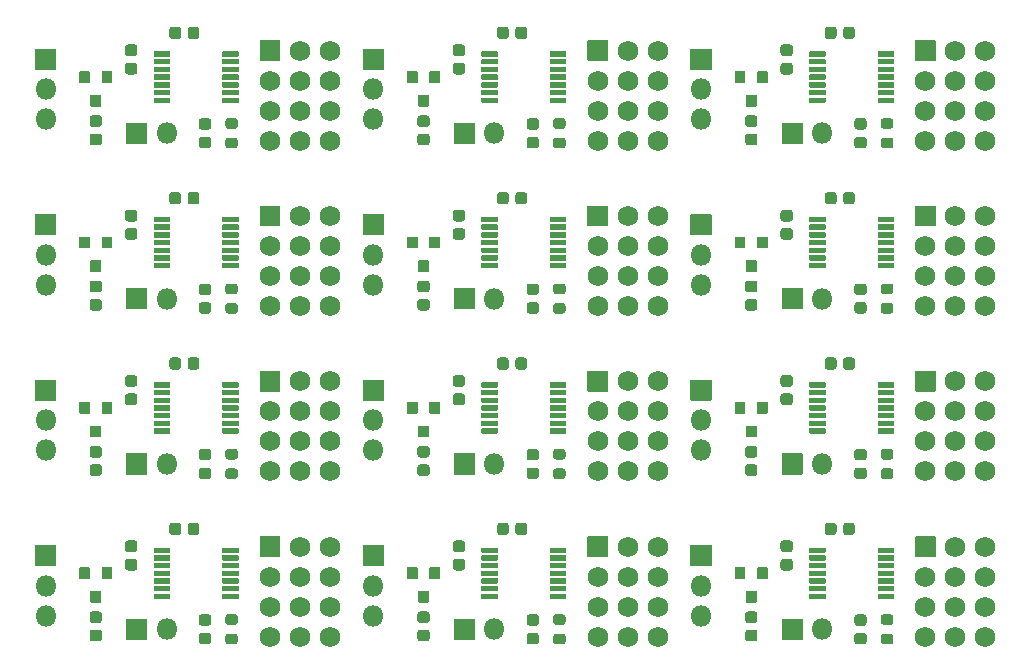
<source format=gbr>
G04 #@! TF.GenerationSoftware,KiCad,Pcbnew,(5.1.8)-1*
G04 #@! TF.CreationDate,2021-07-21T19:28:53-06:00*
G04 #@! TF.ProjectId,SBus-Decoder,53427573-2d44-4656-936f-6465722e6b69,rev?*
G04 #@! TF.SameCoordinates,Original*
G04 #@! TF.FileFunction,Soldermask,Top*
G04 #@! TF.FilePolarity,Negative*
%FSLAX46Y46*%
G04 Gerber Fmt 4.6, Leading zero omitted, Abs format (unit mm)*
G04 Created by KiCad (PCBNEW (5.1.8)-1) date 2021-07-21 19:28:53*
%MOMM*%
%LPD*%
G01*
G04 APERTURE LIST*
%ADD10O,1.800000X1.800000*%
%ADD11C,1.750000*%
G04 APERTURE END LIST*
G36*
G01*
X121218750Y-103050000D02*
X121781250Y-103050000D01*
G75*
G02*
X122025000Y-103293750I0J-243750D01*
G01*
X122025000Y-103781250D01*
G75*
G02*
X121781250Y-104025000I-243750J0D01*
G01*
X121218750Y-104025000D01*
G75*
G02*
X120975000Y-103781250I0J243750D01*
G01*
X120975000Y-103293750D01*
G75*
G02*
X121218750Y-103050000I243750J0D01*
G01*
G37*
G36*
G01*
X121218750Y-101475000D02*
X121781250Y-101475000D01*
G75*
G02*
X122025000Y-101718750I0J-243750D01*
G01*
X122025000Y-102206250D01*
G75*
G02*
X121781250Y-102450000I-243750J0D01*
G01*
X121218750Y-102450000D01*
G75*
G02*
X120975000Y-102206250I0J243750D01*
G01*
X120975000Y-101718750D01*
G75*
G02*
X121218750Y-101475000I243750J0D01*
G01*
G37*
D10*
X118250000Y-102750000D03*
G36*
G01*
X116560000Y-103650000D02*
X114860000Y-103650000D01*
G75*
G02*
X114810000Y-103600000I0J50000D01*
G01*
X114810000Y-101900000D01*
G75*
G02*
X114860000Y-101850000I50000J0D01*
G01*
X116560000Y-101850000D01*
G75*
G02*
X116610000Y-101900000I0J-50000D01*
G01*
X116610000Y-103600000D01*
G75*
G02*
X116560000Y-103650000I-50000J0D01*
G01*
G37*
G36*
G01*
X121025000Y-79975000D02*
X121025000Y-80525000D01*
G75*
G02*
X120775000Y-80775000I-250000J0D01*
G01*
X120275000Y-80775000D01*
G75*
G02*
X120025000Y-80525000I0J250000D01*
G01*
X120025000Y-79975000D01*
G75*
G02*
X120275000Y-79725000I250000J0D01*
G01*
X120775000Y-79725000D01*
G75*
G02*
X121025000Y-79975000I0J-250000D01*
G01*
G37*
G36*
G01*
X119475000Y-79975000D02*
X119475000Y-80525000D01*
G75*
G02*
X119225000Y-80775000I-250000J0D01*
G01*
X118725000Y-80775000D01*
G75*
G02*
X118475000Y-80525000I0J250000D01*
G01*
X118475000Y-79975000D01*
G75*
G02*
X118725000Y-79725000I250000J0D01*
G01*
X119225000Y-79725000D01*
G75*
G02*
X119475000Y-79975000I0J-250000D01*
G01*
G37*
G36*
G01*
X124050000Y-76025000D02*
X123450000Y-76025000D01*
G75*
G02*
X123225000Y-75800000I0J225000D01*
G01*
X123225000Y-75350000D01*
G75*
G02*
X123450000Y-75125000I225000J0D01*
G01*
X124050000Y-75125000D01*
G75*
G02*
X124275000Y-75350000I0J-225000D01*
G01*
X124275000Y-75800000D01*
G75*
G02*
X124050000Y-76025000I-225000J0D01*
G01*
G37*
G36*
G01*
X124050000Y-74375000D02*
X123450000Y-74375000D01*
G75*
G02*
X123225000Y-74150000I0J225000D01*
G01*
X123225000Y-73700000D01*
G75*
G02*
X123450000Y-73475000I225000J0D01*
G01*
X124050000Y-73475000D01*
G75*
G02*
X124275000Y-73700000I0J-225000D01*
G01*
X124275000Y-74150000D01*
G75*
G02*
X124050000Y-74375000I-225000J0D01*
G01*
G37*
G36*
G01*
X114975000Y-96775000D02*
X115525000Y-96775000D01*
G75*
G02*
X115775000Y-97025000I0J-250000D01*
G01*
X115775000Y-97525000D01*
G75*
G02*
X115525000Y-97775000I-250000J0D01*
G01*
X114975000Y-97775000D01*
G75*
G02*
X114725000Y-97525000I0J250000D01*
G01*
X114725000Y-97025000D01*
G75*
G02*
X114975000Y-96775000I250000J0D01*
G01*
G37*
G36*
G01*
X114975000Y-95225000D02*
X115525000Y-95225000D01*
G75*
G02*
X115775000Y-95475000I0J-250000D01*
G01*
X115775000Y-95975000D01*
G75*
G02*
X115525000Y-96225000I-250000J0D01*
G01*
X114975000Y-96225000D01*
G75*
G02*
X114725000Y-95975000I0J250000D01*
G01*
X114725000Y-95475000D01*
G75*
G02*
X114975000Y-95225000I250000J0D01*
G01*
G37*
G36*
G01*
X111975000Y-87225000D02*
X112525000Y-87225000D01*
G75*
G02*
X112775000Y-87475000I0J-250000D01*
G01*
X112775000Y-87975000D01*
G75*
G02*
X112525000Y-88225000I-250000J0D01*
G01*
X111975000Y-88225000D01*
G75*
G02*
X111725000Y-87975000I0J250000D01*
G01*
X111725000Y-87475000D01*
G75*
G02*
X111975000Y-87225000I250000J0D01*
G01*
G37*
G36*
G01*
X111975000Y-88775000D02*
X112525000Y-88775000D01*
G75*
G02*
X112775000Y-89025000I0J-250000D01*
G01*
X112775000Y-89525000D01*
G75*
G02*
X112525000Y-89775000I-250000J0D01*
G01*
X111975000Y-89775000D01*
G75*
G02*
X111725000Y-89525000I0J250000D01*
G01*
X111725000Y-89025000D01*
G75*
G02*
X111975000Y-88775000I250000J0D01*
G01*
G37*
G36*
G01*
X122947900Y-96227801D02*
X122947900Y-95872201D01*
G75*
G02*
X122997900Y-95822201I50000J0D01*
G01*
X124306000Y-95822201D01*
G75*
G02*
X124356000Y-95872201I0J-50000D01*
G01*
X124356000Y-96227801D01*
G75*
G02*
X124306000Y-96277801I-50000J0D01*
G01*
X122997900Y-96277801D01*
G75*
G02*
X122947900Y-96227801I0J50000D01*
G01*
G37*
G36*
G01*
X122947900Y-96877800D02*
X122947900Y-96522200D01*
G75*
G02*
X122997900Y-96472200I50000J0D01*
G01*
X124306000Y-96472200D01*
G75*
G02*
X124356000Y-96522200I0J-50000D01*
G01*
X124356000Y-96877800D01*
G75*
G02*
X124306000Y-96927800I-50000J0D01*
G01*
X122997900Y-96927800D01*
G75*
G02*
X122947900Y-96877800I0J50000D01*
G01*
G37*
G36*
G01*
X122947900Y-97527801D02*
X122947900Y-97172201D01*
G75*
G02*
X122997900Y-97122201I50000J0D01*
G01*
X124306000Y-97122201D01*
G75*
G02*
X124356000Y-97172201I0J-50000D01*
G01*
X124356000Y-97527801D01*
G75*
G02*
X124306000Y-97577801I-50000J0D01*
G01*
X122997900Y-97577801D01*
G75*
G02*
X122947900Y-97527801I0J50000D01*
G01*
G37*
G36*
G01*
X122947900Y-98177800D02*
X122947900Y-97822200D01*
G75*
G02*
X122997900Y-97772200I50000J0D01*
G01*
X124306000Y-97772200D01*
G75*
G02*
X124356000Y-97822200I0J-50000D01*
G01*
X124356000Y-98177800D01*
G75*
G02*
X124306000Y-98227800I-50000J0D01*
G01*
X122997900Y-98227800D01*
G75*
G02*
X122947900Y-98177800I0J50000D01*
G01*
G37*
G36*
G01*
X122947900Y-98827801D02*
X122947900Y-98472201D01*
G75*
G02*
X122997900Y-98422201I50000J0D01*
G01*
X124306000Y-98422201D01*
G75*
G02*
X124356000Y-98472201I0J-50000D01*
G01*
X124356000Y-98827801D01*
G75*
G02*
X124306000Y-98877801I-50000J0D01*
G01*
X122997900Y-98877801D01*
G75*
G02*
X122947900Y-98827801I0J50000D01*
G01*
G37*
G36*
G01*
X122947900Y-99477800D02*
X122947900Y-99122200D01*
G75*
G02*
X122997900Y-99072200I50000J0D01*
G01*
X124306000Y-99072200D01*
G75*
G02*
X124356000Y-99122200I0J-50000D01*
G01*
X124356000Y-99477800D01*
G75*
G02*
X124306000Y-99527800I-50000J0D01*
G01*
X122997900Y-99527800D01*
G75*
G02*
X122947900Y-99477800I0J50000D01*
G01*
G37*
G36*
G01*
X122947900Y-100127801D02*
X122947900Y-99772201D01*
G75*
G02*
X122997900Y-99722201I50000J0D01*
G01*
X124306000Y-99722201D01*
G75*
G02*
X124356000Y-99772201I0J-50000D01*
G01*
X124356000Y-100127801D01*
G75*
G02*
X124306000Y-100177801I-50000J0D01*
G01*
X122997900Y-100177801D01*
G75*
G02*
X122947900Y-100127801I0J50000D01*
G01*
G37*
G36*
G01*
X117144000Y-100127799D02*
X117144000Y-99772199D01*
G75*
G02*
X117194000Y-99722199I50000J0D01*
G01*
X118502100Y-99722199D01*
G75*
G02*
X118552100Y-99772199I0J-50000D01*
G01*
X118552100Y-100127799D01*
G75*
G02*
X118502100Y-100177799I-50000J0D01*
G01*
X117194000Y-100177799D01*
G75*
G02*
X117144000Y-100127799I0J50000D01*
G01*
G37*
G36*
G01*
X117144000Y-99477800D02*
X117144000Y-99122200D01*
G75*
G02*
X117194000Y-99072200I50000J0D01*
G01*
X118502100Y-99072200D01*
G75*
G02*
X118552100Y-99122200I0J-50000D01*
G01*
X118552100Y-99477800D01*
G75*
G02*
X118502100Y-99527800I-50000J0D01*
G01*
X117194000Y-99527800D01*
G75*
G02*
X117144000Y-99477800I0J50000D01*
G01*
G37*
G36*
G01*
X117144000Y-98827799D02*
X117144000Y-98472199D01*
G75*
G02*
X117194000Y-98422199I50000J0D01*
G01*
X118502100Y-98422199D01*
G75*
G02*
X118552100Y-98472199I0J-50000D01*
G01*
X118552100Y-98827799D01*
G75*
G02*
X118502100Y-98877799I-50000J0D01*
G01*
X117194000Y-98877799D01*
G75*
G02*
X117144000Y-98827799I0J50000D01*
G01*
G37*
G36*
G01*
X117144000Y-98177800D02*
X117144000Y-97822200D01*
G75*
G02*
X117194000Y-97772200I50000J0D01*
G01*
X118502100Y-97772200D01*
G75*
G02*
X118552100Y-97822200I0J-50000D01*
G01*
X118552100Y-98177800D01*
G75*
G02*
X118502100Y-98227800I-50000J0D01*
G01*
X117194000Y-98227800D01*
G75*
G02*
X117144000Y-98177800I0J50000D01*
G01*
G37*
G36*
G01*
X117144000Y-97527801D02*
X117144000Y-97172201D01*
G75*
G02*
X117194000Y-97122201I50000J0D01*
G01*
X118502100Y-97122201D01*
G75*
G02*
X118552100Y-97172201I0J-50000D01*
G01*
X118552100Y-97527801D01*
G75*
G02*
X118502100Y-97577801I-50000J0D01*
G01*
X117194000Y-97577801D01*
G75*
G02*
X117144000Y-97527801I0J50000D01*
G01*
G37*
G36*
G01*
X117144000Y-96877800D02*
X117144000Y-96522200D01*
G75*
G02*
X117194000Y-96472200I50000J0D01*
G01*
X118502100Y-96472200D01*
G75*
G02*
X118552100Y-96522200I0J-50000D01*
G01*
X118552100Y-96877800D01*
G75*
G02*
X118502100Y-96927800I-50000J0D01*
G01*
X117194000Y-96927800D01*
G75*
G02*
X117144000Y-96877800I0J50000D01*
G01*
G37*
G36*
G01*
X117144000Y-96227799D02*
X117144000Y-95872199D01*
G75*
G02*
X117194000Y-95822199I50000J0D01*
G01*
X118502100Y-95822199D01*
G75*
G02*
X118552100Y-95872199I0J-50000D01*
G01*
X118552100Y-96227799D01*
G75*
G02*
X118502100Y-96277799I-50000J0D01*
G01*
X117194000Y-96277799D01*
G75*
G02*
X117144000Y-96227799I0J50000D01*
G01*
G37*
G36*
G01*
X121218750Y-73475000D02*
X121781250Y-73475000D01*
G75*
G02*
X122025000Y-73718750I0J-243750D01*
G01*
X122025000Y-74206250D01*
G75*
G02*
X121781250Y-74450000I-243750J0D01*
G01*
X121218750Y-74450000D01*
G75*
G02*
X120975000Y-74206250I0J243750D01*
G01*
X120975000Y-73718750D01*
G75*
G02*
X121218750Y-73475000I243750J0D01*
G01*
G37*
G36*
G01*
X121218750Y-75050000D02*
X121781250Y-75050000D01*
G75*
G02*
X122025000Y-75293750I0J-243750D01*
G01*
X122025000Y-75781250D01*
G75*
G02*
X121781250Y-76025000I-243750J0D01*
G01*
X121218750Y-76025000D01*
G75*
G02*
X120975000Y-75781250I0J243750D01*
G01*
X120975000Y-75293750D01*
G75*
G02*
X121218750Y-75050000I243750J0D01*
G01*
G37*
G36*
G01*
X112800000Y-83500000D02*
X113600000Y-83500000D01*
G75*
G02*
X113650000Y-83550000I0J-50000D01*
G01*
X113650000Y-84450000D01*
G75*
G02*
X113600000Y-84500000I-50000J0D01*
G01*
X112800000Y-84500000D01*
G75*
G02*
X112750000Y-84450000I0J50000D01*
G01*
X112750000Y-83550000D01*
G75*
G02*
X112800000Y-83500000I50000J0D01*
G01*
G37*
G36*
G01*
X110900000Y-83500000D02*
X111700000Y-83500000D01*
G75*
G02*
X111750000Y-83550000I0J-50000D01*
G01*
X111750000Y-84450000D01*
G75*
G02*
X111700000Y-84500000I-50000J0D01*
G01*
X110900000Y-84500000D01*
G75*
G02*
X110850000Y-84450000I0J50000D01*
G01*
X110850000Y-83550000D01*
G75*
G02*
X110900000Y-83500000I50000J0D01*
G01*
G37*
G36*
G01*
X111850000Y-85500000D02*
X112650000Y-85500000D01*
G75*
G02*
X112700000Y-85550000I0J-50000D01*
G01*
X112700000Y-86450000D01*
G75*
G02*
X112650000Y-86500000I-50000J0D01*
G01*
X111850000Y-86500000D01*
G75*
G02*
X111800000Y-86450000I0J50000D01*
G01*
X111800000Y-85550000D01*
G75*
G02*
X111850000Y-85500000I50000J0D01*
G01*
G37*
G36*
G01*
X114975000Y-81225000D02*
X115525000Y-81225000D01*
G75*
G02*
X115775000Y-81475000I0J-250000D01*
G01*
X115775000Y-81975000D01*
G75*
G02*
X115525000Y-82225000I-250000J0D01*
G01*
X114975000Y-82225000D01*
G75*
G02*
X114725000Y-81975000I0J250000D01*
G01*
X114725000Y-81475000D01*
G75*
G02*
X114975000Y-81225000I250000J0D01*
G01*
G37*
G36*
G01*
X114975000Y-82775000D02*
X115525000Y-82775000D01*
G75*
G02*
X115775000Y-83025000I0J-250000D01*
G01*
X115775000Y-83525000D01*
G75*
G02*
X115525000Y-83775000I-250000J0D01*
G01*
X114975000Y-83775000D01*
G75*
G02*
X114725000Y-83525000I0J250000D01*
G01*
X114725000Y-83025000D01*
G75*
G02*
X114975000Y-82775000I250000J0D01*
G01*
G37*
G36*
G01*
X126175000Y-66875000D02*
X127825000Y-66875000D01*
G75*
G02*
X127875000Y-66925000I0J-50000D01*
G01*
X127875000Y-68575000D01*
G75*
G02*
X127825000Y-68625000I-50000J0D01*
G01*
X126175000Y-68625000D01*
G75*
G02*
X126125000Y-68575000I0J50000D01*
G01*
X126125000Y-66925000D01*
G75*
G02*
X126175000Y-66875000I50000J0D01*
G01*
G37*
D11*
X129540000Y-67750000D03*
X132080000Y-67750000D03*
X127000000Y-70290000D03*
X129540000Y-70290000D03*
X132080000Y-70290000D03*
X127000000Y-72830000D03*
X129540000Y-72830000D03*
X132080000Y-72830000D03*
X127000000Y-75370000D03*
X129540000Y-75370000D03*
X132080000Y-75370000D03*
G36*
G01*
X114975000Y-54775000D02*
X115525000Y-54775000D01*
G75*
G02*
X115775000Y-55025000I0J-250000D01*
G01*
X115775000Y-55525000D01*
G75*
G02*
X115525000Y-55775000I-250000J0D01*
G01*
X114975000Y-55775000D01*
G75*
G02*
X114725000Y-55525000I0J250000D01*
G01*
X114725000Y-55025000D01*
G75*
G02*
X114975000Y-54775000I250000J0D01*
G01*
G37*
G36*
G01*
X114975000Y-53225000D02*
X115525000Y-53225000D01*
G75*
G02*
X115775000Y-53475000I0J-250000D01*
G01*
X115775000Y-53975000D01*
G75*
G02*
X115525000Y-54225000I-250000J0D01*
G01*
X114975000Y-54225000D01*
G75*
G02*
X114725000Y-53975000I0J250000D01*
G01*
X114725000Y-53475000D01*
G75*
G02*
X114975000Y-53225000I250000J0D01*
G01*
G37*
G36*
G01*
X111975000Y-102775000D02*
X112525000Y-102775000D01*
G75*
G02*
X112775000Y-103025000I0J-250000D01*
G01*
X112775000Y-103525000D01*
G75*
G02*
X112525000Y-103775000I-250000J0D01*
G01*
X111975000Y-103775000D01*
G75*
G02*
X111725000Y-103525000I0J250000D01*
G01*
X111725000Y-103025000D01*
G75*
G02*
X111975000Y-102775000I250000J0D01*
G01*
G37*
G36*
G01*
X111975000Y-101225000D02*
X112525000Y-101225000D01*
G75*
G02*
X112775000Y-101475000I0J-250000D01*
G01*
X112775000Y-101975000D01*
G75*
G02*
X112525000Y-102225000I-250000J0D01*
G01*
X111975000Y-102225000D01*
G75*
G02*
X111725000Y-101975000I0J250000D01*
G01*
X111725000Y-101475000D01*
G75*
G02*
X111975000Y-101225000I250000J0D01*
G01*
G37*
G36*
G01*
X116560000Y-89650000D02*
X114860000Y-89650000D01*
G75*
G02*
X114810000Y-89600000I0J50000D01*
G01*
X114810000Y-87900000D01*
G75*
G02*
X114860000Y-87850000I50000J0D01*
G01*
X116560000Y-87850000D01*
G75*
G02*
X116610000Y-87900000I0J-50000D01*
G01*
X116610000Y-89600000D01*
G75*
G02*
X116560000Y-89650000I-50000J0D01*
G01*
G37*
D10*
X118250000Y-88750000D03*
G36*
G01*
X117144000Y-82227799D02*
X117144000Y-81872199D01*
G75*
G02*
X117194000Y-81822199I50000J0D01*
G01*
X118502100Y-81822199D01*
G75*
G02*
X118552100Y-81872199I0J-50000D01*
G01*
X118552100Y-82227799D01*
G75*
G02*
X118502100Y-82277799I-50000J0D01*
G01*
X117194000Y-82277799D01*
G75*
G02*
X117144000Y-82227799I0J50000D01*
G01*
G37*
G36*
G01*
X117144000Y-82877800D02*
X117144000Y-82522200D01*
G75*
G02*
X117194000Y-82472200I50000J0D01*
G01*
X118502100Y-82472200D01*
G75*
G02*
X118552100Y-82522200I0J-50000D01*
G01*
X118552100Y-82877800D01*
G75*
G02*
X118502100Y-82927800I-50000J0D01*
G01*
X117194000Y-82927800D01*
G75*
G02*
X117144000Y-82877800I0J50000D01*
G01*
G37*
G36*
G01*
X117144000Y-83527801D02*
X117144000Y-83172201D01*
G75*
G02*
X117194000Y-83122201I50000J0D01*
G01*
X118502100Y-83122201D01*
G75*
G02*
X118552100Y-83172201I0J-50000D01*
G01*
X118552100Y-83527801D01*
G75*
G02*
X118502100Y-83577801I-50000J0D01*
G01*
X117194000Y-83577801D01*
G75*
G02*
X117144000Y-83527801I0J50000D01*
G01*
G37*
G36*
G01*
X117144000Y-84177800D02*
X117144000Y-83822200D01*
G75*
G02*
X117194000Y-83772200I50000J0D01*
G01*
X118502100Y-83772200D01*
G75*
G02*
X118552100Y-83822200I0J-50000D01*
G01*
X118552100Y-84177800D01*
G75*
G02*
X118502100Y-84227800I-50000J0D01*
G01*
X117194000Y-84227800D01*
G75*
G02*
X117144000Y-84177800I0J50000D01*
G01*
G37*
G36*
G01*
X117144000Y-84827799D02*
X117144000Y-84472199D01*
G75*
G02*
X117194000Y-84422199I50000J0D01*
G01*
X118502100Y-84422199D01*
G75*
G02*
X118552100Y-84472199I0J-50000D01*
G01*
X118552100Y-84827799D01*
G75*
G02*
X118502100Y-84877799I-50000J0D01*
G01*
X117194000Y-84877799D01*
G75*
G02*
X117144000Y-84827799I0J50000D01*
G01*
G37*
G36*
G01*
X117144000Y-85477800D02*
X117144000Y-85122200D01*
G75*
G02*
X117194000Y-85072200I50000J0D01*
G01*
X118502100Y-85072200D01*
G75*
G02*
X118552100Y-85122200I0J-50000D01*
G01*
X118552100Y-85477800D01*
G75*
G02*
X118502100Y-85527800I-50000J0D01*
G01*
X117194000Y-85527800D01*
G75*
G02*
X117144000Y-85477800I0J50000D01*
G01*
G37*
G36*
G01*
X117144000Y-86127799D02*
X117144000Y-85772199D01*
G75*
G02*
X117194000Y-85722199I50000J0D01*
G01*
X118502100Y-85722199D01*
G75*
G02*
X118552100Y-85772199I0J-50000D01*
G01*
X118552100Y-86127799D01*
G75*
G02*
X118502100Y-86177799I-50000J0D01*
G01*
X117194000Y-86177799D01*
G75*
G02*
X117144000Y-86127799I0J50000D01*
G01*
G37*
G36*
G01*
X122947900Y-86127801D02*
X122947900Y-85772201D01*
G75*
G02*
X122997900Y-85722201I50000J0D01*
G01*
X124306000Y-85722201D01*
G75*
G02*
X124356000Y-85772201I0J-50000D01*
G01*
X124356000Y-86127801D01*
G75*
G02*
X124306000Y-86177801I-50000J0D01*
G01*
X122997900Y-86177801D01*
G75*
G02*
X122947900Y-86127801I0J50000D01*
G01*
G37*
G36*
G01*
X122947900Y-85477800D02*
X122947900Y-85122200D01*
G75*
G02*
X122997900Y-85072200I50000J0D01*
G01*
X124306000Y-85072200D01*
G75*
G02*
X124356000Y-85122200I0J-50000D01*
G01*
X124356000Y-85477800D01*
G75*
G02*
X124306000Y-85527800I-50000J0D01*
G01*
X122997900Y-85527800D01*
G75*
G02*
X122947900Y-85477800I0J50000D01*
G01*
G37*
G36*
G01*
X122947900Y-84827801D02*
X122947900Y-84472201D01*
G75*
G02*
X122997900Y-84422201I50000J0D01*
G01*
X124306000Y-84422201D01*
G75*
G02*
X124356000Y-84472201I0J-50000D01*
G01*
X124356000Y-84827801D01*
G75*
G02*
X124306000Y-84877801I-50000J0D01*
G01*
X122997900Y-84877801D01*
G75*
G02*
X122947900Y-84827801I0J50000D01*
G01*
G37*
G36*
G01*
X122947900Y-84177800D02*
X122947900Y-83822200D01*
G75*
G02*
X122997900Y-83772200I50000J0D01*
G01*
X124306000Y-83772200D01*
G75*
G02*
X124356000Y-83822200I0J-50000D01*
G01*
X124356000Y-84177800D01*
G75*
G02*
X124306000Y-84227800I-50000J0D01*
G01*
X122997900Y-84227800D01*
G75*
G02*
X122947900Y-84177800I0J50000D01*
G01*
G37*
G36*
G01*
X122947900Y-83527801D02*
X122947900Y-83172201D01*
G75*
G02*
X122997900Y-83122201I50000J0D01*
G01*
X124306000Y-83122201D01*
G75*
G02*
X124356000Y-83172201I0J-50000D01*
G01*
X124356000Y-83527801D01*
G75*
G02*
X124306000Y-83577801I-50000J0D01*
G01*
X122997900Y-83577801D01*
G75*
G02*
X122947900Y-83527801I0J50000D01*
G01*
G37*
G36*
G01*
X122947900Y-82877800D02*
X122947900Y-82522200D01*
G75*
G02*
X122997900Y-82472200I50000J0D01*
G01*
X124306000Y-82472200D01*
G75*
G02*
X124356000Y-82522200I0J-50000D01*
G01*
X124356000Y-82877800D01*
G75*
G02*
X124306000Y-82927800I-50000J0D01*
G01*
X122997900Y-82927800D01*
G75*
G02*
X122947900Y-82877800I0J50000D01*
G01*
G37*
G36*
G01*
X122947900Y-82227801D02*
X122947900Y-81872201D01*
G75*
G02*
X122997900Y-81822201I50000J0D01*
G01*
X124306000Y-81822201D01*
G75*
G02*
X124356000Y-81872201I0J-50000D01*
G01*
X124356000Y-82227801D01*
G75*
G02*
X124306000Y-82277801I-50000J0D01*
G01*
X122997900Y-82277801D01*
G75*
G02*
X122947900Y-82227801I0J50000D01*
G01*
G37*
G36*
G01*
X111850000Y-99500000D02*
X112650000Y-99500000D01*
G75*
G02*
X112700000Y-99550000I0J-50000D01*
G01*
X112700000Y-100450000D01*
G75*
G02*
X112650000Y-100500000I-50000J0D01*
G01*
X111850000Y-100500000D01*
G75*
G02*
X111800000Y-100450000I0J50000D01*
G01*
X111800000Y-99550000D01*
G75*
G02*
X111850000Y-99500000I50000J0D01*
G01*
G37*
G36*
G01*
X110900000Y-97500000D02*
X111700000Y-97500000D01*
G75*
G02*
X111750000Y-97550000I0J-50000D01*
G01*
X111750000Y-98450000D01*
G75*
G02*
X111700000Y-98500000I-50000J0D01*
G01*
X110900000Y-98500000D01*
G75*
G02*
X110850000Y-98450000I0J50000D01*
G01*
X110850000Y-97550000D01*
G75*
G02*
X110900000Y-97500000I50000J0D01*
G01*
G37*
G36*
G01*
X112800000Y-97500000D02*
X113600000Y-97500000D01*
G75*
G02*
X113650000Y-97550000I0J-50000D01*
G01*
X113650000Y-98450000D01*
G75*
G02*
X113600000Y-98500000I-50000J0D01*
G01*
X112800000Y-98500000D01*
G75*
G02*
X112750000Y-98450000I0J50000D01*
G01*
X112750000Y-97550000D01*
G75*
G02*
X112800000Y-97500000I50000J0D01*
G01*
G37*
G36*
G01*
X107100000Y-69350000D02*
X107100000Y-67650000D01*
G75*
G02*
X107150000Y-67600000I50000J0D01*
G01*
X108850000Y-67600000D01*
G75*
G02*
X108900000Y-67650000I0J-50000D01*
G01*
X108900000Y-69350000D01*
G75*
G02*
X108850000Y-69400000I-50000J0D01*
G01*
X107150000Y-69400000D01*
G75*
G02*
X107100000Y-69350000I0J50000D01*
G01*
G37*
X108000000Y-71040000D03*
X108000000Y-73580000D03*
G36*
G01*
X119475000Y-93975000D02*
X119475000Y-94525000D01*
G75*
G02*
X119225000Y-94775000I-250000J0D01*
G01*
X118725000Y-94775000D01*
G75*
G02*
X118475000Y-94525000I0J250000D01*
G01*
X118475000Y-93975000D01*
G75*
G02*
X118725000Y-93725000I250000J0D01*
G01*
X119225000Y-93725000D01*
G75*
G02*
X119475000Y-93975000I0J-250000D01*
G01*
G37*
G36*
G01*
X121025000Y-93975000D02*
X121025000Y-94525000D01*
G75*
G02*
X120775000Y-94775000I-250000J0D01*
G01*
X120275000Y-94775000D01*
G75*
G02*
X120025000Y-94525000I0J250000D01*
G01*
X120025000Y-93975000D01*
G75*
G02*
X120275000Y-93725000I250000J0D01*
G01*
X120775000Y-93725000D01*
G75*
G02*
X121025000Y-93975000I0J-250000D01*
G01*
G37*
G36*
G01*
X124050000Y-60375000D02*
X123450000Y-60375000D01*
G75*
G02*
X123225000Y-60150000I0J225000D01*
G01*
X123225000Y-59700000D01*
G75*
G02*
X123450000Y-59475000I225000J0D01*
G01*
X124050000Y-59475000D01*
G75*
G02*
X124275000Y-59700000I0J-225000D01*
G01*
X124275000Y-60150000D01*
G75*
G02*
X124050000Y-60375000I-225000J0D01*
G01*
G37*
G36*
G01*
X124050000Y-62025000D02*
X123450000Y-62025000D01*
G75*
G02*
X123225000Y-61800000I0J225000D01*
G01*
X123225000Y-61350000D01*
G75*
G02*
X123450000Y-61125000I225000J0D01*
G01*
X124050000Y-61125000D01*
G75*
G02*
X124275000Y-61350000I0J-225000D01*
G01*
X124275000Y-61800000D01*
G75*
G02*
X124050000Y-62025000I-225000J0D01*
G01*
G37*
X108000000Y-59580000D03*
X108000000Y-57040000D03*
G36*
G01*
X107100000Y-55350000D02*
X107100000Y-53650000D01*
G75*
G02*
X107150000Y-53600000I50000J0D01*
G01*
X108850000Y-53600000D01*
G75*
G02*
X108900000Y-53650000I0J-50000D01*
G01*
X108900000Y-55350000D01*
G75*
G02*
X108850000Y-55400000I-50000J0D01*
G01*
X107150000Y-55400000D01*
G75*
G02*
X107100000Y-55350000I0J50000D01*
G01*
G37*
D11*
X132080000Y-103370000D03*
X129540000Y-103370000D03*
X127000000Y-103370000D03*
X132080000Y-100830000D03*
X129540000Y-100830000D03*
X127000000Y-100830000D03*
X132080000Y-98290000D03*
X129540000Y-98290000D03*
X127000000Y-98290000D03*
X132080000Y-95750000D03*
X129540000Y-95750000D03*
G36*
G01*
X126175000Y-94875000D02*
X127825000Y-94875000D01*
G75*
G02*
X127875000Y-94925000I0J-50000D01*
G01*
X127875000Y-96575000D01*
G75*
G02*
X127825000Y-96625000I-50000J0D01*
G01*
X126175000Y-96625000D01*
G75*
G02*
X126125000Y-96575000I0J50000D01*
G01*
X126125000Y-94925000D01*
G75*
G02*
X126175000Y-94875000I50000J0D01*
G01*
G37*
G36*
G01*
X121218750Y-61050000D02*
X121781250Y-61050000D01*
G75*
G02*
X122025000Y-61293750I0J-243750D01*
G01*
X122025000Y-61781250D01*
G75*
G02*
X121781250Y-62025000I-243750J0D01*
G01*
X121218750Y-62025000D01*
G75*
G02*
X120975000Y-61781250I0J243750D01*
G01*
X120975000Y-61293750D01*
G75*
G02*
X121218750Y-61050000I243750J0D01*
G01*
G37*
G36*
G01*
X121218750Y-59475000D02*
X121781250Y-59475000D01*
G75*
G02*
X122025000Y-59718750I0J-243750D01*
G01*
X122025000Y-60206250D01*
G75*
G02*
X121781250Y-60450000I-243750J0D01*
G01*
X121218750Y-60450000D01*
G75*
G02*
X120975000Y-60206250I0J243750D01*
G01*
X120975000Y-59718750D01*
G75*
G02*
X121218750Y-59475000I243750J0D01*
G01*
G37*
X132080000Y-61370000D03*
X129540000Y-61370000D03*
X127000000Y-61370000D03*
X132080000Y-58830000D03*
X129540000Y-58830000D03*
X127000000Y-58830000D03*
X132080000Y-56290000D03*
X129540000Y-56290000D03*
X127000000Y-56290000D03*
X132080000Y-53750000D03*
X129540000Y-53750000D03*
G36*
G01*
X126175000Y-52875000D02*
X127825000Y-52875000D01*
G75*
G02*
X127875000Y-52925000I0J-50000D01*
G01*
X127875000Y-54575000D01*
G75*
G02*
X127825000Y-54625000I-50000J0D01*
G01*
X126175000Y-54625000D01*
G75*
G02*
X126125000Y-54575000I0J50000D01*
G01*
X126125000Y-52925000D01*
G75*
G02*
X126175000Y-52875000I50000J0D01*
G01*
G37*
D10*
X118250000Y-60750000D03*
G36*
G01*
X116560000Y-61650000D02*
X114860000Y-61650000D01*
G75*
G02*
X114810000Y-61600000I0J50000D01*
G01*
X114810000Y-59900000D01*
G75*
G02*
X114860000Y-59850000I50000J0D01*
G01*
X116560000Y-59850000D01*
G75*
G02*
X116610000Y-59900000I0J-50000D01*
G01*
X116610000Y-61600000D01*
G75*
G02*
X116560000Y-61650000I-50000J0D01*
G01*
G37*
G36*
G01*
X124050000Y-102375000D02*
X123450000Y-102375000D01*
G75*
G02*
X123225000Y-102150000I0J225000D01*
G01*
X123225000Y-101700000D01*
G75*
G02*
X123450000Y-101475000I225000J0D01*
G01*
X124050000Y-101475000D01*
G75*
G02*
X124275000Y-101700000I0J-225000D01*
G01*
X124275000Y-102150000D01*
G75*
G02*
X124050000Y-102375000I-225000J0D01*
G01*
G37*
G36*
G01*
X124050000Y-104025000D02*
X123450000Y-104025000D01*
G75*
G02*
X123225000Y-103800000I0J225000D01*
G01*
X123225000Y-103350000D01*
G75*
G02*
X123450000Y-103125000I225000J0D01*
G01*
X124050000Y-103125000D01*
G75*
G02*
X124275000Y-103350000I0J-225000D01*
G01*
X124275000Y-103800000D01*
G75*
G02*
X124050000Y-104025000I-225000J0D01*
G01*
G37*
G36*
G01*
X116560000Y-75650000D02*
X114860000Y-75650000D01*
G75*
G02*
X114810000Y-75600000I0J50000D01*
G01*
X114810000Y-73900000D01*
G75*
G02*
X114860000Y-73850000I50000J0D01*
G01*
X116560000Y-73850000D01*
G75*
G02*
X116610000Y-73900000I0J-50000D01*
G01*
X116610000Y-75600000D01*
G75*
G02*
X116560000Y-75650000I-50000J0D01*
G01*
G37*
X118250000Y-74750000D03*
G36*
G01*
X126175000Y-80875000D02*
X127825000Y-80875000D01*
G75*
G02*
X127875000Y-80925000I0J-50000D01*
G01*
X127875000Y-82575000D01*
G75*
G02*
X127825000Y-82625000I-50000J0D01*
G01*
X126175000Y-82625000D01*
G75*
G02*
X126125000Y-82575000I0J50000D01*
G01*
X126125000Y-80925000D01*
G75*
G02*
X126175000Y-80875000I50000J0D01*
G01*
G37*
D11*
X129540000Y-81750000D03*
X132080000Y-81750000D03*
X127000000Y-84290000D03*
X129540000Y-84290000D03*
X132080000Y-84290000D03*
X127000000Y-86830000D03*
X129540000Y-86830000D03*
X132080000Y-86830000D03*
X127000000Y-89370000D03*
X129540000Y-89370000D03*
X132080000Y-89370000D03*
G36*
G01*
X119475000Y-51975000D02*
X119475000Y-52525000D01*
G75*
G02*
X119225000Y-52775000I-250000J0D01*
G01*
X118725000Y-52775000D01*
G75*
G02*
X118475000Y-52525000I0J250000D01*
G01*
X118475000Y-51975000D01*
G75*
G02*
X118725000Y-51725000I250000J0D01*
G01*
X119225000Y-51725000D01*
G75*
G02*
X119475000Y-51975000I0J-250000D01*
G01*
G37*
G36*
G01*
X121025000Y-51975000D02*
X121025000Y-52525000D01*
G75*
G02*
X120775000Y-52775000I-250000J0D01*
G01*
X120275000Y-52775000D01*
G75*
G02*
X120025000Y-52525000I0J250000D01*
G01*
X120025000Y-51975000D01*
G75*
G02*
X120275000Y-51725000I250000J0D01*
G01*
X120775000Y-51725000D01*
G75*
G02*
X121025000Y-51975000I0J-250000D01*
G01*
G37*
G36*
G01*
X111850000Y-57500000D02*
X112650000Y-57500000D01*
G75*
G02*
X112700000Y-57550000I0J-50000D01*
G01*
X112700000Y-58450000D01*
G75*
G02*
X112650000Y-58500000I-50000J0D01*
G01*
X111850000Y-58500000D01*
G75*
G02*
X111800000Y-58450000I0J50000D01*
G01*
X111800000Y-57550000D01*
G75*
G02*
X111850000Y-57500000I50000J0D01*
G01*
G37*
G36*
G01*
X110900000Y-55500000D02*
X111700000Y-55500000D01*
G75*
G02*
X111750000Y-55550000I0J-50000D01*
G01*
X111750000Y-56450000D01*
G75*
G02*
X111700000Y-56500000I-50000J0D01*
G01*
X110900000Y-56500000D01*
G75*
G02*
X110850000Y-56450000I0J50000D01*
G01*
X110850000Y-55550000D01*
G75*
G02*
X110900000Y-55500000I50000J0D01*
G01*
G37*
G36*
G01*
X112800000Y-55500000D02*
X113600000Y-55500000D01*
G75*
G02*
X113650000Y-55550000I0J-50000D01*
G01*
X113650000Y-56450000D01*
G75*
G02*
X113600000Y-56500000I-50000J0D01*
G01*
X112800000Y-56500000D01*
G75*
G02*
X112750000Y-56450000I0J50000D01*
G01*
X112750000Y-55550000D01*
G75*
G02*
X112800000Y-55500000I50000J0D01*
G01*
G37*
G36*
G01*
X112800000Y-69500000D02*
X113600000Y-69500000D01*
G75*
G02*
X113650000Y-69550000I0J-50000D01*
G01*
X113650000Y-70450000D01*
G75*
G02*
X113600000Y-70500000I-50000J0D01*
G01*
X112800000Y-70500000D01*
G75*
G02*
X112750000Y-70450000I0J50000D01*
G01*
X112750000Y-69550000D01*
G75*
G02*
X112800000Y-69500000I50000J0D01*
G01*
G37*
G36*
G01*
X110900000Y-69500000D02*
X111700000Y-69500000D01*
G75*
G02*
X111750000Y-69550000I0J-50000D01*
G01*
X111750000Y-70450000D01*
G75*
G02*
X111700000Y-70500000I-50000J0D01*
G01*
X110900000Y-70500000D01*
G75*
G02*
X110850000Y-70450000I0J50000D01*
G01*
X110850000Y-69550000D01*
G75*
G02*
X110900000Y-69500000I50000J0D01*
G01*
G37*
G36*
G01*
X111850000Y-71500000D02*
X112650000Y-71500000D01*
G75*
G02*
X112700000Y-71550000I0J-50000D01*
G01*
X112700000Y-72450000D01*
G75*
G02*
X112650000Y-72500000I-50000J0D01*
G01*
X111850000Y-72500000D01*
G75*
G02*
X111800000Y-72450000I0J50000D01*
G01*
X111800000Y-71550000D01*
G75*
G02*
X111850000Y-71500000I50000J0D01*
G01*
G37*
G36*
G01*
X121025000Y-65975000D02*
X121025000Y-66525000D01*
G75*
G02*
X120775000Y-66775000I-250000J0D01*
G01*
X120275000Y-66775000D01*
G75*
G02*
X120025000Y-66525000I0J250000D01*
G01*
X120025000Y-65975000D01*
G75*
G02*
X120275000Y-65725000I250000J0D01*
G01*
X120775000Y-65725000D01*
G75*
G02*
X121025000Y-65975000I0J-250000D01*
G01*
G37*
G36*
G01*
X119475000Y-65975000D02*
X119475000Y-66525000D01*
G75*
G02*
X119225000Y-66775000I-250000J0D01*
G01*
X118725000Y-66775000D01*
G75*
G02*
X118475000Y-66525000I0J250000D01*
G01*
X118475000Y-65975000D01*
G75*
G02*
X118725000Y-65725000I250000J0D01*
G01*
X119225000Y-65725000D01*
G75*
G02*
X119475000Y-65975000I0J-250000D01*
G01*
G37*
G36*
G01*
X122947900Y-54227801D02*
X122947900Y-53872201D01*
G75*
G02*
X122997900Y-53822201I50000J0D01*
G01*
X124306000Y-53822201D01*
G75*
G02*
X124356000Y-53872201I0J-50000D01*
G01*
X124356000Y-54227801D01*
G75*
G02*
X124306000Y-54277801I-50000J0D01*
G01*
X122997900Y-54277801D01*
G75*
G02*
X122947900Y-54227801I0J50000D01*
G01*
G37*
G36*
G01*
X122947900Y-54877800D02*
X122947900Y-54522200D01*
G75*
G02*
X122997900Y-54472200I50000J0D01*
G01*
X124306000Y-54472200D01*
G75*
G02*
X124356000Y-54522200I0J-50000D01*
G01*
X124356000Y-54877800D01*
G75*
G02*
X124306000Y-54927800I-50000J0D01*
G01*
X122997900Y-54927800D01*
G75*
G02*
X122947900Y-54877800I0J50000D01*
G01*
G37*
G36*
G01*
X122947900Y-55527801D02*
X122947900Y-55172201D01*
G75*
G02*
X122997900Y-55122201I50000J0D01*
G01*
X124306000Y-55122201D01*
G75*
G02*
X124356000Y-55172201I0J-50000D01*
G01*
X124356000Y-55527801D01*
G75*
G02*
X124306000Y-55577801I-50000J0D01*
G01*
X122997900Y-55577801D01*
G75*
G02*
X122947900Y-55527801I0J50000D01*
G01*
G37*
G36*
G01*
X122947900Y-56177800D02*
X122947900Y-55822200D01*
G75*
G02*
X122997900Y-55772200I50000J0D01*
G01*
X124306000Y-55772200D01*
G75*
G02*
X124356000Y-55822200I0J-50000D01*
G01*
X124356000Y-56177800D01*
G75*
G02*
X124306000Y-56227800I-50000J0D01*
G01*
X122997900Y-56227800D01*
G75*
G02*
X122947900Y-56177800I0J50000D01*
G01*
G37*
G36*
G01*
X122947900Y-56827801D02*
X122947900Y-56472201D01*
G75*
G02*
X122997900Y-56422201I50000J0D01*
G01*
X124306000Y-56422201D01*
G75*
G02*
X124356000Y-56472201I0J-50000D01*
G01*
X124356000Y-56827801D01*
G75*
G02*
X124306000Y-56877801I-50000J0D01*
G01*
X122997900Y-56877801D01*
G75*
G02*
X122947900Y-56827801I0J50000D01*
G01*
G37*
G36*
G01*
X122947900Y-57477800D02*
X122947900Y-57122200D01*
G75*
G02*
X122997900Y-57072200I50000J0D01*
G01*
X124306000Y-57072200D01*
G75*
G02*
X124356000Y-57122200I0J-50000D01*
G01*
X124356000Y-57477800D01*
G75*
G02*
X124306000Y-57527800I-50000J0D01*
G01*
X122997900Y-57527800D01*
G75*
G02*
X122947900Y-57477800I0J50000D01*
G01*
G37*
G36*
G01*
X122947900Y-58127801D02*
X122947900Y-57772201D01*
G75*
G02*
X122997900Y-57722201I50000J0D01*
G01*
X124306000Y-57722201D01*
G75*
G02*
X124356000Y-57772201I0J-50000D01*
G01*
X124356000Y-58127801D01*
G75*
G02*
X124306000Y-58177801I-50000J0D01*
G01*
X122997900Y-58177801D01*
G75*
G02*
X122947900Y-58127801I0J50000D01*
G01*
G37*
G36*
G01*
X117144000Y-58127799D02*
X117144000Y-57772199D01*
G75*
G02*
X117194000Y-57722199I50000J0D01*
G01*
X118502100Y-57722199D01*
G75*
G02*
X118552100Y-57772199I0J-50000D01*
G01*
X118552100Y-58127799D01*
G75*
G02*
X118502100Y-58177799I-50000J0D01*
G01*
X117194000Y-58177799D01*
G75*
G02*
X117144000Y-58127799I0J50000D01*
G01*
G37*
G36*
G01*
X117144000Y-57477800D02*
X117144000Y-57122200D01*
G75*
G02*
X117194000Y-57072200I50000J0D01*
G01*
X118502100Y-57072200D01*
G75*
G02*
X118552100Y-57122200I0J-50000D01*
G01*
X118552100Y-57477800D01*
G75*
G02*
X118502100Y-57527800I-50000J0D01*
G01*
X117194000Y-57527800D01*
G75*
G02*
X117144000Y-57477800I0J50000D01*
G01*
G37*
G36*
G01*
X117144000Y-56827799D02*
X117144000Y-56472199D01*
G75*
G02*
X117194000Y-56422199I50000J0D01*
G01*
X118502100Y-56422199D01*
G75*
G02*
X118552100Y-56472199I0J-50000D01*
G01*
X118552100Y-56827799D01*
G75*
G02*
X118502100Y-56877799I-50000J0D01*
G01*
X117194000Y-56877799D01*
G75*
G02*
X117144000Y-56827799I0J50000D01*
G01*
G37*
G36*
G01*
X117144000Y-56177800D02*
X117144000Y-55822200D01*
G75*
G02*
X117194000Y-55772200I50000J0D01*
G01*
X118502100Y-55772200D01*
G75*
G02*
X118552100Y-55822200I0J-50000D01*
G01*
X118552100Y-56177800D01*
G75*
G02*
X118502100Y-56227800I-50000J0D01*
G01*
X117194000Y-56227800D01*
G75*
G02*
X117144000Y-56177800I0J50000D01*
G01*
G37*
G36*
G01*
X117144000Y-55527801D02*
X117144000Y-55172201D01*
G75*
G02*
X117194000Y-55122201I50000J0D01*
G01*
X118502100Y-55122201D01*
G75*
G02*
X118552100Y-55172201I0J-50000D01*
G01*
X118552100Y-55527801D01*
G75*
G02*
X118502100Y-55577801I-50000J0D01*
G01*
X117194000Y-55577801D01*
G75*
G02*
X117144000Y-55527801I0J50000D01*
G01*
G37*
G36*
G01*
X117144000Y-54877800D02*
X117144000Y-54522200D01*
G75*
G02*
X117194000Y-54472200I50000J0D01*
G01*
X118502100Y-54472200D01*
G75*
G02*
X118552100Y-54522200I0J-50000D01*
G01*
X118552100Y-54877800D01*
G75*
G02*
X118502100Y-54927800I-50000J0D01*
G01*
X117194000Y-54927800D01*
G75*
G02*
X117144000Y-54877800I0J50000D01*
G01*
G37*
G36*
G01*
X117144000Y-54227799D02*
X117144000Y-53872199D01*
G75*
G02*
X117194000Y-53822199I50000J0D01*
G01*
X118502100Y-53822199D01*
G75*
G02*
X118552100Y-53872199I0J-50000D01*
G01*
X118552100Y-54227799D01*
G75*
G02*
X118502100Y-54277799I-50000J0D01*
G01*
X117194000Y-54277799D01*
G75*
G02*
X117144000Y-54227799I0J50000D01*
G01*
G37*
G36*
G01*
X121218750Y-87475000D02*
X121781250Y-87475000D01*
G75*
G02*
X122025000Y-87718750I0J-243750D01*
G01*
X122025000Y-88206250D01*
G75*
G02*
X121781250Y-88450000I-243750J0D01*
G01*
X121218750Y-88450000D01*
G75*
G02*
X120975000Y-88206250I0J243750D01*
G01*
X120975000Y-87718750D01*
G75*
G02*
X121218750Y-87475000I243750J0D01*
G01*
G37*
G36*
G01*
X121218750Y-89050000D02*
X121781250Y-89050000D01*
G75*
G02*
X122025000Y-89293750I0J-243750D01*
G01*
X122025000Y-89781250D01*
G75*
G02*
X121781250Y-90025000I-243750J0D01*
G01*
X121218750Y-90025000D01*
G75*
G02*
X120975000Y-89781250I0J243750D01*
G01*
X120975000Y-89293750D01*
G75*
G02*
X121218750Y-89050000I243750J0D01*
G01*
G37*
G36*
G01*
X111975000Y-60775000D02*
X112525000Y-60775000D01*
G75*
G02*
X112775000Y-61025000I0J-250000D01*
G01*
X112775000Y-61525000D01*
G75*
G02*
X112525000Y-61775000I-250000J0D01*
G01*
X111975000Y-61775000D01*
G75*
G02*
X111725000Y-61525000I0J250000D01*
G01*
X111725000Y-61025000D01*
G75*
G02*
X111975000Y-60775000I250000J0D01*
G01*
G37*
G36*
G01*
X111975000Y-59225000D02*
X112525000Y-59225000D01*
G75*
G02*
X112775000Y-59475000I0J-250000D01*
G01*
X112775000Y-59975000D01*
G75*
G02*
X112525000Y-60225000I-250000J0D01*
G01*
X111975000Y-60225000D01*
G75*
G02*
X111725000Y-59975000I0J250000D01*
G01*
X111725000Y-59475000D01*
G75*
G02*
X111975000Y-59225000I250000J0D01*
G01*
G37*
G36*
G01*
X107100000Y-83350000D02*
X107100000Y-81650000D01*
G75*
G02*
X107150000Y-81600000I50000J0D01*
G01*
X108850000Y-81600000D01*
G75*
G02*
X108900000Y-81650000I0J-50000D01*
G01*
X108900000Y-83350000D01*
G75*
G02*
X108850000Y-83400000I-50000J0D01*
G01*
X107150000Y-83400000D01*
G75*
G02*
X107100000Y-83350000I0J50000D01*
G01*
G37*
D10*
X108000000Y-85040000D03*
X108000000Y-87580000D03*
G36*
G01*
X114975000Y-67225000D02*
X115525000Y-67225000D01*
G75*
G02*
X115775000Y-67475000I0J-250000D01*
G01*
X115775000Y-67975000D01*
G75*
G02*
X115525000Y-68225000I-250000J0D01*
G01*
X114975000Y-68225000D01*
G75*
G02*
X114725000Y-67975000I0J250000D01*
G01*
X114725000Y-67475000D01*
G75*
G02*
X114975000Y-67225000I250000J0D01*
G01*
G37*
G36*
G01*
X114975000Y-68775000D02*
X115525000Y-68775000D01*
G75*
G02*
X115775000Y-69025000I0J-250000D01*
G01*
X115775000Y-69525000D01*
G75*
G02*
X115525000Y-69775000I-250000J0D01*
G01*
X114975000Y-69775000D01*
G75*
G02*
X114725000Y-69525000I0J250000D01*
G01*
X114725000Y-69025000D01*
G75*
G02*
X114975000Y-68775000I250000J0D01*
G01*
G37*
G36*
G01*
X111975000Y-73225000D02*
X112525000Y-73225000D01*
G75*
G02*
X112775000Y-73475000I0J-250000D01*
G01*
X112775000Y-73975000D01*
G75*
G02*
X112525000Y-74225000I-250000J0D01*
G01*
X111975000Y-74225000D01*
G75*
G02*
X111725000Y-73975000I0J250000D01*
G01*
X111725000Y-73475000D01*
G75*
G02*
X111975000Y-73225000I250000J0D01*
G01*
G37*
G36*
G01*
X111975000Y-74775000D02*
X112525000Y-74775000D01*
G75*
G02*
X112775000Y-75025000I0J-250000D01*
G01*
X112775000Y-75525000D01*
G75*
G02*
X112525000Y-75775000I-250000J0D01*
G01*
X111975000Y-75775000D01*
G75*
G02*
X111725000Y-75525000I0J250000D01*
G01*
X111725000Y-75025000D01*
G75*
G02*
X111975000Y-74775000I250000J0D01*
G01*
G37*
G36*
G01*
X117144000Y-68227799D02*
X117144000Y-67872199D01*
G75*
G02*
X117194000Y-67822199I50000J0D01*
G01*
X118502100Y-67822199D01*
G75*
G02*
X118552100Y-67872199I0J-50000D01*
G01*
X118552100Y-68227799D01*
G75*
G02*
X118502100Y-68277799I-50000J0D01*
G01*
X117194000Y-68277799D01*
G75*
G02*
X117144000Y-68227799I0J50000D01*
G01*
G37*
G36*
G01*
X117144000Y-68877800D02*
X117144000Y-68522200D01*
G75*
G02*
X117194000Y-68472200I50000J0D01*
G01*
X118502100Y-68472200D01*
G75*
G02*
X118552100Y-68522200I0J-50000D01*
G01*
X118552100Y-68877800D01*
G75*
G02*
X118502100Y-68927800I-50000J0D01*
G01*
X117194000Y-68927800D01*
G75*
G02*
X117144000Y-68877800I0J50000D01*
G01*
G37*
G36*
G01*
X117144000Y-69527801D02*
X117144000Y-69172201D01*
G75*
G02*
X117194000Y-69122201I50000J0D01*
G01*
X118502100Y-69122201D01*
G75*
G02*
X118552100Y-69172201I0J-50000D01*
G01*
X118552100Y-69527801D01*
G75*
G02*
X118502100Y-69577801I-50000J0D01*
G01*
X117194000Y-69577801D01*
G75*
G02*
X117144000Y-69527801I0J50000D01*
G01*
G37*
G36*
G01*
X117144000Y-70177800D02*
X117144000Y-69822200D01*
G75*
G02*
X117194000Y-69772200I50000J0D01*
G01*
X118502100Y-69772200D01*
G75*
G02*
X118552100Y-69822200I0J-50000D01*
G01*
X118552100Y-70177800D01*
G75*
G02*
X118502100Y-70227800I-50000J0D01*
G01*
X117194000Y-70227800D01*
G75*
G02*
X117144000Y-70177800I0J50000D01*
G01*
G37*
G36*
G01*
X117144000Y-70827799D02*
X117144000Y-70472199D01*
G75*
G02*
X117194000Y-70422199I50000J0D01*
G01*
X118502100Y-70422199D01*
G75*
G02*
X118552100Y-70472199I0J-50000D01*
G01*
X118552100Y-70827799D01*
G75*
G02*
X118502100Y-70877799I-50000J0D01*
G01*
X117194000Y-70877799D01*
G75*
G02*
X117144000Y-70827799I0J50000D01*
G01*
G37*
G36*
G01*
X117144000Y-71477800D02*
X117144000Y-71122200D01*
G75*
G02*
X117194000Y-71072200I50000J0D01*
G01*
X118502100Y-71072200D01*
G75*
G02*
X118552100Y-71122200I0J-50000D01*
G01*
X118552100Y-71477800D01*
G75*
G02*
X118502100Y-71527800I-50000J0D01*
G01*
X117194000Y-71527800D01*
G75*
G02*
X117144000Y-71477800I0J50000D01*
G01*
G37*
G36*
G01*
X117144000Y-72127799D02*
X117144000Y-71772199D01*
G75*
G02*
X117194000Y-71722199I50000J0D01*
G01*
X118502100Y-71722199D01*
G75*
G02*
X118552100Y-71772199I0J-50000D01*
G01*
X118552100Y-72127799D01*
G75*
G02*
X118502100Y-72177799I-50000J0D01*
G01*
X117194000Y-72177799D01*
G75*
G02*
X117144000Y-72127799I0J50000D01*
G01*
G37*
G36*
G01*
X122947900Y-72127801D02*
X122947900Y-71772201D01*
G75*
G02*
X122997900Y-71722201I50000J0D01*
G01*
X124306000Y-71722201D01*
G75*
G02*
X124356000Y-71772201I0J-50000D01*
G01*
X124356000Y-72127801D01*
G75*
G02*
X124306000Y-72177801I-50000J0D01*
G01*
X122997900Y-72177801D01*
G75*
G02*
X122947900Y-72127801I0J50000D01*
G01*
G37*
G36*
G01*
X122947900Y-71477800D02*
X122947900Y-71122200D01*
G75*
G02*
X122997900Y-71072200I50000J0D01*
G01*
X124306000Y-71072200D01*
G75*
G02*
X124356000Y-71122200I0J-50000D01*
G01*
X124356000Y-71477800D01*
G75*
G02*
X124306000Y-71527800I-50000J0D01*
G01*
X122997900Y-71527800D01*
G75*
G02*
X122947900Y-71477800I0J50000D01*
G01*
G37*
G36*
G01*
X122947900Y-70827801D02*
X122947900Y-70472201D01*
G75*
G02*
X122997900Y-70422201I50000J0D01*
G01*
X124306000Y-70422201D01*
G75*
G02*
X124356000Y-70472201I0J-50000D01*
G01*
X124356000Y-70827801D01*
G75*
G02*
X124306000Y-70877801I-50000J0D01*
G01*
X122997900Y-70877801D01*
G75*
G02*
X122947900Y-70827801I0J50000D01*
G01*
G37*
G36*
G01*
X122947900Y-70177800D02*
X122947900Y-69822200D01*
G75*
G02*
X122997900Y-69772200I50000J0D01*
G01*
X124306000Y-69772200D01*
G75*
G02*
X124356000Y-69822200I0J-50000D01*
G01*
X124356000Y-70177800D01*
G75*
G02*
X124306000Y-70227800I-50000J0D01*
G01*
X122997900Y-70227800D01*
G75*
G02*
X122947900Y-70177800I0J50000D01*
G01*
G37*
G36*
G01*
X122947900Y-69527801D02*
X122947900Y-69172201D01*
G75*
G02*
X122997900Y-69122201I50000J0D01*
G01*
X124306000Y-69122201D01*
G75*
G02*
X124356000Y-69172201I0J-50000D01*
G01*
X124356000Y-69527801D01*
G75*
G02*
X124306000Y-69577801I-50000J0D01*
G01*
X122997900Y-69577801D01*
G75*
G02*
X122947900Y-69527801I0J50000D01*
G01*
G37*
G36*
G01*
X122947900Y-68877800D02*
X122947900Y-68522200D01*
G75*
G02*
X122997900Y-68472200I50000J0D01*
G01*
X124306000Y-68472200D01*
G75*
G02*
X124356000Y-68522200I0J-50000D01*
G01*
X124356000Y-68877800D01*
G75*
G02*
X124306000Y-68927800I-50000J0D01*
G01*
X122997900Y-68927800D01*
G75*
G02*
X122947900Y-68877800I0J50000D01*
G01*
G37*
G36*
G01*
X122947900Y-68227801D02*
X122947900Y-67872201D01*
G75*
G02*
X122997900Y-67822201I50000J0D01*
G01*
X124306000Y-67822201D01*
G75*
G02*
X124356000Y-67872201I0J-50000D01*
G01*
X124356000Y-68227801D01*
G75*
G02*
X124306000Y-68277801I-50000J0D01*
G01*
X122997900Y-68277801D01*
G75*
G02*
X122947900Y-68227801I0J50000D01*
G01*
G37*
X108000000Y-101580000D03*
X108000000Y-99040000D03*
G36*
G01*
X107100000Y-97350000D02*
X107100000Y-95650000D01*
G75*
G02*
X107150000Y-95600000I50000J0D01*
G01*
X108850000Y-95600000D01*
G75*
G02*
X108900000Y-95650000I0J-50000D01*
G01*
X108900000Y-97350000D01*
G75*
G02*
X108850000Y-97400000I-50000J0D01*
G01*
X107150000Y-97400000D01*
G75*
G02*
X107100000Y-97350000I0J50000D01*
G01*
G37*
G36*
G01*
X124050000Y-90025000D02*
X123450000Y-90025000D01*
G75*
G02*
X123225000Y-89800000I0J225000D01*
G01*
X123225000Y-89350000D01*
G75*
G02*
X123450000Y-89125000I225000J0D01*
G01*
X124050000Y-89125000D01*
G75*
G02*
X124275000Y-89350000I0J-225000D01*
G01*
X124275000Y-89800000D01*
G75*
G02*
X124050000Y-90025000I-225000J0D01*
G01*
G37*
G36*
G01*
X124050000Y-88375000D02*
X123450000Y-88375000D01*
G75*
G02*
X123225000Y-88150000I0J225000D01*
G01*
X123225000Y-87700000D01*
G75*
G02*
X123450000Y-87475000I225000J0D01*
G01*
X124050000Y-87475000D01*
G75*
G02*
X124275000Y-87700000I0J-225000D01*
G01*
X124275000Y-88150000D01*
G75*
G02*
X124050000Y-88375000I-225000J0D01*
G01*
G37*
G36*
G01*
X93468750Y-59475000D02*
X94031250Y-59475000D01*
G75*
G02*
X94275000Y-59718750I0J-243750D01*
G01*
X94275000Y-60206250D01*
G75*
G02*
X94031250Y-60450000I-243750J0D01*
G01*
X93468750Y-60450000D01*
G75*
G02*
X93225000Y-60206250I0J243750D01*
G01*
X93225000Y-59718750D01*
G75*
G02*
X93468750Y-59475000I243750J0D01*
G01*
G37*
G36*
G01*
X93468750Y-61050000D02*
X94031250Y-61050000D01*
G75*
G02*
X94275000Y-61293750I0J-243750D01*
G01*
X94275000Y-61781250D01*
G75*
G02*
X94031250Y-62025000I-243750J0D01*
G01*
X93468750Y-62025000D01*
G75*
G02*
X93225000Y-61781250I0J243750D01*
G01*
X93225000Y-61293750D01*
G75*
G02*
X93468750Y-61050000I243750J0D01*
G01*
G37*
G36*
G01*
X96300000Y-62025000D02*
X95700000Y-62025000D01*
G75*
G02*
X95475000Y-61800000I0J225000D01*
G01*
X95475000Y-61350000D01*
G75*
G02*
X95700000Y-61125000I225000J0D01*
G01*
X96300000Y-61125000D01*
G75*
G02*
X96525000Y-61350000I0J-225000D01*
G01*
X96525000Y-61800000D01*
G75*
G02*
X96300000Y-62025000I-225000J0D01*
G01*
G37*
G36*
G01*
X96300000Y-60375000D02*
X95700000Y-60375000D01*
G75*
G02*
X95475000Y-60150000I0J225000D01*
G01*
X95475000Y-59700000D01*
G75*
G02*
X95700000Y-59475000I225000J0D01*
G01*
X96300000Y-59475000D01*
G75*
G02*
X96525000Y-59700000I0J-225000D01*
G01*
X96525000Y-60150000D01*
G75*
G02*
X96300000Y-60375000I-225000J0D01*
G01*
G37*
G36*
G01*
X79350000Y-55350000D02*
X79350000Y-53650000D01*
G75*
G02*
X79400000Y-53600000I50000J0D01*
G01*
X81100000Y-53600000D01*
G75*
G02*
X81150000Y-53650000I0J-50000D01*
G01*
X81150000Y-55350000D01*
G75*
G02*
X81100000Y-55400000I-50000J0D01*
G01*
X79400000Y-55400000D01*
G75*
G02*
X79350000Y-55350000I0J50000D01*
G01*
G37*
X80250000Y-57040000D03*
X80250000Y-59580000D03*
G36*
G01*
X98425000Y-52875000D02*
X100075000Y-52875000D01*
G75*
G02*
X100125000Y-52925000I0J-50000D01*
G01*
X100125000Y-54575000D01*
G75*
G02*
X100075000Y-54625000I-50000J0D01*
G01*
X98425000Y-54625000D01*
G75*
G02*
X98375000Y-54575000I0J50000D01*
G01*
X98375000Y-52925000D01*
G75*
G02*
X98425000Y-52875000I50000J0D01*
G01*
G37*
D11*
X101790000Y-53750000D03*
X104330000Y-53750000D03*
X99250000Y-56290000D03*
X101790000Y-56290000D03*
X104330000Y-56290000D03*
X99250000Y-58830000D03*
X101790000Y-58830000D03*
X104330000Y-58830000D03*
X99250000Y-61370000D03*
X101790000Y-61370000D03*
X104330000Y-61370000D03*
G36*
G01*
X98425000Y-94875000D02*
X100075000Y-94875000D01*
G75*
G02*
X100125000Y-94925000I0J-50000D01*
G01*
X100125000Y-96575000D01*
G75*
G02*
X100075000Y-96625000I-50000J0D01*
G01*
X98425000Y-96625000D01*
G75*
G02*
X98375000Y-96575000I0J50000D01*
G01*
X98375000Y-94925000D01*
G75*
G02*
X98425000Y-94875000I50000J0D01*
G01*
G37*
X101790000Y-95750000D03*
X104330000Y-95750000D03*
X99250000Y-98290000D03*
X101790000Y-98290000D03*
X104330000Y-98290000D03*
X99250000Y-100830000D03*
X101790000Y-100830000D03*
X104330000Y-100830000D03*
X99250000Y-103370000D03*
X101790000Y-103370000D03*
X104330000Y-103370000D03*
D10*
X90500000Y-88750000D03*
G36*
G01*
X88810000Y-89650000D02*
X87110000Y-89650000D01*
G75*
G02*
X87060000Y-89600000I0J50000D01*
G01*
X87060000Y-87900000D01*
G75*
G02*
X87110000Y-87850000I50000J0D01*
G01*
X88810000Y-87850000D01*
G75*
G02*
X88860000Y-87900000I0J-50000D01*
G01*
X88860000Y-89600000D01*
G75*
G02*
X88810000Y-89650000I-50000J0D01*
G01*
G37*
G36*
G01*
X96300000Y-74375000D02*
X95700000Y-74375000D01*
G75*
G02*
X95475000Y-74150000I0J225000D01*
G01*
X95475000Y-73700000D01*
G75*
G02*
X95700000Y-73475000I225000J0D01*
G01*
X96300000Y-73475000D01*
G75*
G02*
X96525000Y-73700000I0J-225000D01*
G01*
X96525000Y-74150000D01*
G75*
G02*
X96300000Y-74375000I-225000J0D01*
G01*
G37*
G36*
G01*
X96300000Y-76025000D02*
X95700000Y-76025000D01*
G75*
G02*
X95475000Y-75800000I0J225000D01*
G01*
X95475000Y-75350000D01*
G75*
G02*
X95700000Y-75125000I225000J0D01*
G01*
X96300000Y-75125000D01*
G75*
G02*
X96525000Y-75350000I0J-225000D01*
G01*
X96525000Y-75800000D01*
G75*
G02*
X96300000Y-76025000I-225000J0D01*
G01*
G37*
X80250000Y-73580000D03*
X80250000Y-71040000D03*
G36*
G01*
X79350000Y-69350000D02*
X79350000Y-67650000D01*
G75*
G02*
X79400000Y-67600000I50000J0D01*
G01*
X81100000Y-67600000D01*
G75*
G02*
X81150000Y-67650000I0J-50000D01*
G01*
X81150000Y-69350000D01*
G75*
G02*
X81100000Y-69400000I-50000J0D01*
G01*
X79400000Y-69400000D01*
G75*
G02*
X79350000Y-69350000I0J50000D01*
G01*
G37*
G36*
G01*
X87225000Y-95225000D02*
X87775000Y-95225000D01*
G75*
G02*
X88025000Y-95475000I0J-250000D01*
G01*
X88025000Y-95975000D01*
G75*
G02*
X87775000Y-96225000I-250000J0D01*
G01*
X87225000Y-96225000D01*
G75*
G02*
X86975000Y-95975000I0J250000D01*
G01*
X86975000Y-95475000D01*
G75*
G02*
X87225000Y-95225000I250000J0D01*
G01*
G37*
G36*
G01*
X87225000Y-96775000D02*
X87775000Y-96775000D01*
G75*
G02*
X88025000Y-97025000I0J-250000D01*
G01*
X88025000Y-97525000D01*
G75*
G02*
X87775000Y-97775000I-250000J0D01*
G01*
X87225000Y-97775000D01*
G75*
G02*
X86975000Y-97525000I0J250000D01*
G01*
X86975000Y-97025000D01*
G75*
G02*
X87225000Y-96775000I250000J0D01*
G01*
G37*
D11*
X104330000Y-75370000D03*
X101790000Y-75370000D03*
X99250000Y-75370000D03*
X104330000Y-72830000D03*
X101790000Y-72830000D03*
X99250000Y-72830000D03*
X104330000Y-70290000D03*
X101790000Y-70290000D03*
X99250000Y-70290000D03*
X104330000Y-67750000D03*
X101790000Y-67750000D03*
G36*
G01*
X98425000Y-66875000D02*
X100075000Y-66875000D01*
G75*
G02*
X100125000Y-66925000I0J-50000D01*
G01*
X100125000Y-68575000D01*
G75*
G02*
X100075000Y-68625000I-50000J0D01*
G01*
X98425000Y-68625000D01*
G75*
G02*
X98375000Y-68575000I0J50000D01*
G01*
X98375000Y-66925000D01*
G75*
G02*
X98425000Y-66875000I50000J0D01*
G01*
G37*
G36*
G01*
X93275000Y-93975000D02*
X93275000Y-94525000D01*
G75*
G02*
X93025000Y-94775000I-250000J0D01*
G01*
X92525000Y-94775000D01*
G75*
G02*
X92275000Y-94525000I0J250000D01*
G01*
X92275000Y-93975000D01*
G75*
G02*
X92525000Y-93725000I250000J0D01*
G01*
X93025000Y-93725000D01*
G75*
G02*
X93275000Y-93975000I0J-250000D01*
G01*
G37*
G36*
G01*
X91725000Y-93975000D02*
X91725000Y-94525000D01*
G75*
G02*
X91475000Y-94775000I-250000J0D01*
G01*
X90975000Y-94775000D01*
G75*
G02*
X90725000Y-94525000I0J250000D01*
G01*
X90725000Y-93975000D01*
G75*
G02*
X90975000Y-93725000I250000J0D01*
G01*
X91475000Y-93725000D01*
G75*
G02*
X91725000Y-93975000I0J-250000D01*
G01*
G37*
G36*
G01*
X93468750Y-101475000D02*
X94031250Y-101475000D01*
G75*
G02*
X94275000Y-101718750I0J-243750D01*
G01*
X94275000Y-102206250D01*
G75*
G02*
X94031250Y-102450000I-243750J0D01*
G01*
X93468750Y-102450000D01*
G75*
G02*
X93225000Y-102206250I0J243750D01*
G01*
X93225000Y-101718750D01*
G75*
G02*
X93468750Y-101475000I243750J0D01*
G01*
G37*
G36*
G01*
X93468750Y-103050000D02*
X94031250Y-103050000D01*
G75*
G02*
X94275000Y-103293750I0J-243750D01*
G01*
X94275000Y-103781250D01*
G75*
G02*
X94031250Y-104025000I-243750J0D01*
G01*
X93468750Y-104025000D01*
G75*
G02*
X93225000Y-103781250I0J243750D01*
G01*
X93225000Y-103293750D01*
G75*
G02*
X93468750Y-103050000I243750J0D01*
G01*
G37*
G36*
G01*
X88810000Y-103650000D02*
X87110000Y-103650000D01*
G75*
G02*
X87060000Y-103600000I0J50000D01*
G01*
X87060000Y-101900000D01*
G75*
G02*
X87110000Y-101850000I50000J0D01*
G01*
X88810000Y-101850000D01*
G75*
G02*
X88860000Y-101900000I0J-50000D01*
G01*
X88860000Y-103600000D01*
G75*
G02*
X88810000Y-103650000I-50000J0D01*
G01*
G37*
D10*
X90500000Y-102750000D03*
G36*
G01*
X84225000Y-88775000D02*
X84775000Y-88775000D01*
G75*
G02*
X85025000Y-89025000I0J-250000D01*
G01*
X85025000Y-89525000D01*
G75*
G02*
X84775000Y-89775000I-250000J0D01*
G01*
X84225000Y-89775000D01*
G75*
G02*
X83975000Y-89525000I0J250000D01*
G01*
X83975000Y-89025000D01*
G75*
G02*
X84225000Y-88775000I250000J0D01*
G01*
G37*
G36*
G01*
X84225000Y-87225000D02*
X84775000Y-87225000D01*
G75*
G02*
X85025000Y-87475000I0J-250000D01*
G01*
X85025000Y-87975000D01*
G75*
G02*
X84775000Y-88225000I-250000J0D01*
G01*
X84225000Y-88225000D01*
G75*
G02*
X83975000Y-87975000I0J250000D01*
G01*
X83975000Y-87475000D01*
G75*
G02*
X84225000Y-87225000I250000J0D01*
G01*
G37*
G36*
G01*
X84225000Y-101225000D02*
X84775000Y-101225000D01*
G75*
G02*
X85025000Y-101475000I0J-250000D01*
G01*
X85025000Y-101975000D01*
G75*
G02*
X84775000Y-102225000I-250000J0D01*
G01*
X84225000Y-102225000D01*
G75*
G02*
X83975000Y-101975000I0J250000D01*
G01*
X83975000Y-101475000D01*
G75*
G02*
X84225000Y-101225000I250000J0D01*
G01*
G37*
G36*
G01*
X84225000Y-102775000D02*
X84775000Y-102775000D01*
G75*
G02*
X85025000Y-103025000I0J-250000D01*
G01*
X85025000Y-103525000D01*
G75*
G02*
X84775000Y-103775000I-250000J0D01*
G01*
X84225000Y-103775000D01*
G75*
G02*
X83975000Y-103525000I0J250000D01*
G01*
X83975000Y-103025000D01*
G75*
G02*
X84225000Y-102775000I250000J0D01*
G01*
G37*
G36*
G01*
X91725000Y-79975000D02*
X91725000Y-80525000D01*
G75*
G02*
X91475000Y-80775000I-250000J0D01*
G01*
X90975000Y-80775000D01*
G75*
G02*
X90725000Y-80525000I0J250000D01*
G01*
X90725000Y-79975000D01*
G75*
G02*
X90975000Y-79725000I250000J0D01*
G01*
X91475000Y-79725000D01*
G75*
G02*
X91725000Y-79975000I0J-250000D01*
G01*
G37*
G36*
G01*
X93275000Y-79975000D02*
X93275000Y-80525000D01*
G75*
G02*
X93025000Y-80775000I-250000J0D01*
G01*
X92525000Y-80775000D01*
G75*
G02*
X92275000Y-80525000I0J250000D01*
G01*
X92275000Y-79975000D01*
G75*
G02*
X92525000Y-79725000I250000J0D01*
G01*
X93025000Y-79725000D01*
G75*
G02*
X93275000Y-79975000I0J-250000D01*
G01*
G37*
G36*
G01*
X89394000Y-96227799D02*
X89394000Y-95872199D01*
G75*
G02*
X89444000Y-95822199I50000J0D01*
G01*
X90752100Y-95822199D01*
G75*
G02*
X90802100Y-95872199I0J-50000D01*
G01*
X90802100Y-96227799D01*
G75*
G02*
X90752100Y-96277799I-50000J0D01*
G01*
X89444000Y-96277799D01*
G75*
G02*
X89394000Y-96227799I0J50000D01*
G01*
G37*
G36*
G01*
X89394000Y-96877800D02*
X89394000Y-96522200D01*
G75*
G02*
X89444000Y-96472200I50000J0D01*
G01*
X90752100Y-96472200D01*
G75*
G02*
X90802100Y-96522200I0J-50000D01*
G01*
X90802100Y-96877800D01*
G75*
G02*
X90752100Y-96927800I-50000J0D01*
G01*
X89444000Y-96927800D01*
G75*
G02*
X89394000Y-96877800I0J50000D01*
G01*
G37*
G36*
G01*
X89394000Y-97527801D02*
X89394000Y-97172201D01*
G75*
G02*
X89444000Y-97122201I50000J0D01*
G01*
X90752100Y-97122201D01*
G75*
G02*
X90802100Y-97172201I0J-50000D01*
G01*
X90802100Y-97527801D01*
G75*
G02*
X90752100Y-97577801I-50000J0D01*
G01*
X89444000Y-97577801D01*
G75*
G02*
X89394000Y-97527801I0J50000D01*
G01*
G37*
G36*
G01*
X89394000Y-98177800D02*
X89394000Y-97822200D01*
G75*
G02*
X89444000Y-97772200I50000J0D01*
G01*
X90752100Y-97772200D01*
G75*
G02*
X90802100Y-97822200I0J-50000D01*
G01*
X90802100Y-98177800D01*
G75*
G02*
X90752100Y-98227800I-50000J0D01*
G01*
X89444000Y-98227800D01*
G75*
G02*
X89394000Y-98177800I0J50000D01*
G01*
G37*
G36*
G01*
X89394000Y-98827799D02*
X89394000Y-98472199D01*
G75*
G02*
X89444000Y-98422199I50000J0D01*
G01*
X90752100Y-98422199D01*
G75*
G02*
X90802100Y-98472199I0J-50000D01*
G01*
X90802100Y-98827799D01*
G75*
G02*
X90752100Y-98877799I-50000J0D01*
G01*
X89444000Y-98877799D01*
G75*
G02*
X89394000Y-98827799I0J50000D01*
G01*
G37*
G36*
G01*
X89394000Y-99477800D02*
X89394000Y-99122200D01*
G75*
G02*
X89444000Y-99072200I50000J0D01*
G01*
X90752100Y-99072200D01*
G75*
G02*
X90802100Y-99122200I0J-50000D01*
G01*
X90802100Y-99477800D01*
G75*
G02*
X90752100Y-99527800I-50000J0D01*
G01*
X89444000Y-99527800D01*
G75*
G02*
X89394000Y-99477800I0J50000D01*
G01*
G37*
G36*
G01*
X89394000Y-100127799D02*
X89394000Y-99772199D01*
G75*
G02*
X89444000Y-99722199I50000J0D01*
G01*
X90752100Y-99722199D01*
G75*
G02*
X90802100Y-99772199I0J-50000D01*
G01*
X90802100Y-100127799D01*
G75*
G02*
X90752100Y-100177799I-50000J0D01*
G01*
X89444000Y-100177799D01*
G75*
G02*
X89394000Y-100127799I0J50000D01*
G01*
G37*
G36*
G01*
X95197900Y-100127801D02*
X95197900Y-99772201D01*
G75*
G02*
X95247900Y-99722201I50000J0D01*
G01*
X96556000Y-99722201D01*
G75*
G02*
X96606000Y-99772201I0J-50000D01*
G01*
X96606000Y-100127801D01*
G75*
G02*
X96556000Y-100177801I-50000J0D01*
G01*
X95247900Y-100177801D01*
G75*
G02*
X95197900Y-100127801I0J50000D01*
G01*
G37*
G36*
G01*
X95197900Y-99477800D02*
X95197900Y-99122200D01*
G75*
G02*
X95247900Y-99072200I50000J0D01*
G01*
X96556000Y-99072200D01*
G75*
G02*
X96606000Y-99122200I0J-50000D01*
G01*
X96606000Y-99477800D01*
G75*
G02*
X96556000Y-99527800I-50000J0D01*
G01*
X95247900Y-99527800D01*
G75*
G02*
X95197900Y-99477800I0J50000D01*
G01*
G37*
G36*
G01*
X95197900Y-98827801D02*
X95197900Y-98472201D01*
G75*
G02*
X95247900Y-98422201I50000J0D01*
G01*
X96556000Y-98422201D01*
G75*
G02*
X96606000Y-98472201I0J-50000D01*
G01*
X96606000Y-98827801D01*
G75*
G02*
X96556000Y-98877801I-50000J0D01*
G01*
X95247900Y-98877801D01*
G75*
G02*
X95197900Y-98827801I0J50000D01*
G01*
G37*
G36*
G01*
X95197900Y-98177800D02*
X95197900Y-97822200D01*
G75*
G02*
X95247900Y-97772200I50000J0D01*
G01*
X96556000Y-97772200D01*
G75*
G02*
X96606000Y-97822200I0J-50000D01*
G01*
X96606000Y-98177800D01*
G75*
G02*
X96556000Y-98227800I-50000J0D01*
G01*
X95247900Y-98227800D01*
G75*
G02*
X95197900Y-98177800I0J50000D01*
G01*
G37*
G36*
G01*
X95197900Y-97527801D02*
X95197900Y-97172201D01*
G75*
G02*
X95247900Y-97122201I50000J0D01*
G01*
X96556000Y-97122201D01*
G75*
G02*
X96606000Y-97172201I0J-50000D01*
G01*
X96606000Y-97527801D01*
G75*
G02*
X96556000Y-97577801I-50000J0D01*
G01*
X95247900Y-97577801D01*
G75*
G02*
X95197900Y-97527801I0J50000D01*
G01*
G37*
G36*
G01*
X95197900Y-96877800D02*
X95197900Y-96522200D01*
G75*
G02*
X95247900Y-96472200I50000J0D01*
G01*
X96556000Y-96472200D01*
G75*
G02*
X96606000Y-96522200I0J-50000D01*
G01*
X96606000Y-96877800D01*
G75*
G02*
X96556000Y-96927800I-50000J0D01*
G01*
X95247900Y-96927800D01*
G75*
G02*
X95197900Y-96877800I0J50000D01*
G01*
G37*
G36*
G01*
X95197900Y-96227801D02*
X95197900Y-95872201D01*
G75*
G02*
X95247900Y-95822201I50000J0D01*
G01*
X96556000Y-95822201D01*
G75*
G02*
X96606000Y-95872201I0J-50000D01*
G01*
X96606000Y-96227801D01*
G75*
G02*
X96556000Y-96277801I-50000J0D01*
G01*
X95247900Y-96277801D01*
G75*
G02*
X95197900Y-96227801I0J50000D01*
G01*
G37*
G36*
G01*
X93468750Y-75050000D02*
X94031250Y-75050000D01*
G75*
G02*
X94275000Y-75293750I0J-243750D01*
G01*
X94275000Y-75781250D01*
G75*
G02*
X94031250Y-76025000I-243750J0D01*
G01*
X93468750Y-76025000D01*
G75*
G02*
X93225000Y-75781250I0J243750D01*
G01*
X93225000Y-75293750D01*
G75*
G02*
X93468750Y-75050000I243750J0D01*
G01*
G37*
G36*
G01*
X93468750Y-73475000D02*
X94031250Y-73475000D01*
G75*
G02*
X94275000Y-73718750I0J-243750D01*
G01*
X94275000Y-74206250D01*
G75*
G02*
X94031250Y-74450000I-243750J0D01*
G01*
X93468750Y-74450000D01*
G75*
G02*
X93225000Y-74206250I0J243750D01*
G01*
X93225000Y-73718750D01*
G75*
G02*
X93468750Y-73475000I243750J0D01*
G01*
G37*
G36*
G01*
X84100000Y-85500000D02*
X84900000Y-85500000D01*
G75*
G02*
X84950000Y-85550000I0J-50000D01*
G01*
X84950000Y-86450000D01*
G75*
G02*
X84900000Y-86500000I-50000J0D01*
G01*
X84100000Y-86500000D01*
G75*
G02*
X84050000Y-86450000I0J50000D01*
G01*
X84050000Y-85550000D01*
G75*
G02*
X84100000Y-85500000I50000J0D01*
G01*
G37*
G36*
G01*
X83150000Y-83500000D02*
X83950000Y-83500000D01*
G75*
G02*
X84000000Y-83550000I0J-50000D01*
G01*
X84000000Y-84450000D01*
G75*
G02*
X83950000Y-84500000I-50000J0D01*
G01*
X83150000Y-84500000D01*
G75*
G02*
X83100000Y-84450000I0J50000D01*
G01*
X83100000Y-83550000D01*
G75*
G02*
X83150000Y-83500000I50000J0D01*
G01*
G37*
G36*
G01*
X85050000Y-83500000D02*
X85850000Y-83500000D01*
G75*
G02*
X85900000Y-83550000I0J-50000D01*
G01*
X85900000Y-84450000D01*
G75*
G02*
X85850000Y-84500000I-50000J0D01*
G01*
X85050000Y-84500000D01*
G75*
G02*
X85000000Y-84450000I0J50000D01*
G01*
X85000000Y-83550000D01*
G75*
G02*
X85050000Y-83500000I50000J0D01*
G01*
G37*
G36*
G01*
X95197900Y-82227801D02*
X95197900Y-81872201D01*
G75*
G02*
X95247900Y-81822201I50000J0D01*
G01*
X96556000Y-81822201D01*
G75*
G02*
X96606000Y-81872201I0J-50000D01*
G01*
X96606000Y-82227801D01*
G75*
G02*
X96556000Y-82277801I-50000J0D01*
G01*
X95247900Y-82277801D01*
G75*
G02*
X95197900Y-82227801I0J50000D01*
G01*
G37*
G36*
G01*
X95197900Y-82877800D02*
X95197900Y-82522200D01*
G75*
G02*
X95247900Y-82472200I50000J0D01*
G01*
X96556000Y-82472200D01*
G75*
G02*
X96606000Y-82522200I0J-50000D01*
G01*
X96606000Y-82877800D01*
G75*
G02*
X96556000Y-82927800I-50000J0D01*
G01*
X95247900Y-82927800D01*
G75*
G02*
X95197900Y-82877800I0J50000D01*
G01*
G37*
G36*
G01*
X95197900Y-83527801D02*
X95197900Y-83172201D01*
G75*
G02*
X95247900Y-83122201I50000J0D01*
G01*
X96556000Y-83122201D01*
G75*
G02*
X96606000Y-83172201I0J-50000D01*
G01*
X96606000Y-83527801D01*
G75*
G02*
X96556000Y-83577801I-50000J0D01*
G01*
X95247900Y-83577801D01*
G75*
G02*
X95197900Y-83527801I0J50000D01*
G01*
G37*
G36*
G01*
X95197900Y-84177800D02*
X95197900Y-83822200D01*
G75*
G02*
X95247900Y-83772200I50000J0D01*
G01*
X96556000Y-83772200D01*
G75*
G02*
X96606000Y-83822200I0J-50000D01*
G01*
X96606000Y-84177800D01*
G75*
G02*
X96556000Y-84227800I-50000J0D01*
G01*
X95247900Y-84227800D01*
G75*
G02*
X95197900Y-84177800I0J50000D01*
G01*
G37*
G36*
G01*
X95197900Y-84827801D02*
X95197900Y-84472201D01*
G75*
G02*
X95247900Y-84422201I50000J0D01*
G01*
X96556000Y-84422201D01*
G75*
G02*
X96606000Y-84472201I0J-50000D01*
G01*
X96606000Y-84827801D01*
G75*
G02*
X96556000Y-84877801I-50000J0D01*
G01*
X95247900Y-84877801D01*
G75*
G02*
X95197900Y-84827801I0J50000D01*
G01*
G37*
G36*
G01*
X95197900Y-85477800D02*
X95197900Y-85122200D01*
G75*
G02*
X95247900Y-85072200I50000J0D01*
G01*
X96556000Y-85072200D01*
G75*
G02*
X96606000Y-85122200I0J-50000D01*
G01*
X96606000Y-85477800D01*
G75*
G02*
X96556000Y-85527800I-50000J0D01*
G01*
X95247900Y-85527800D01*
G75*
G02*
X95197900Y-85477800I0J50000D01*
G01*
G37*
G36*
G01*
X95197900Y-86127801D02*
X95197900Y-85772201D01*
G75*
G02*
X95247900Y-85722201I50000J0D01*
G01*
X96556000Y-85722201D01*
G75*
G02*
X96606000Y-85772201I0J-50000D01*
G01*
X96606000Y-86127801D01*
G75*
G02*
X96556000Y-86177801I-50000J0D01*
G01*
X95247900Y-86177801D01*
G75*
G02*
X95197900Y-86127801I0J50000D01*
G01*
G37*
G36*
G01*
X89394000Y-86127799D02*
X89394000Y-85772199D01*
G75*
G02*
X89444000Y-85722199I50000J0D01*
G01*
X90752100Y-85722199D01*
G75*
G02*
X90802100Y-85772199I0J-50000D01*
G01*
X90802100Y-86127799D01*
G75*
G02*
X90752100Y-86177799I-50000J0D01*
G01*
X89444000Y-86177799D01*
G75*
G02*
X89394000Y-86127799I0J50000D01*
G01*
G37*
G36*
G01*
X89394000Y-85477800D02*
X89394000Y-85122200D01*
G75*
G02*
X89444000Y-85072200I50000J0D01*
G01*
X90752100Y-85072200D01*
G75*
G02*
X90802100Y-85122200I0J-50000D01*
G01*
X90802100Y-85477800D01*
G75*
G02*
X90752100Y-85527800I-50000J0D01*
G01*
X89444000Y-85527800D01*
G75*
G02*
X89394000Y-85477800I0J50000D01*
G01*
G37*
G36*
G01*
X89394000Y-84827799D02*
X89394000Y-84472199D01*
G75*
G02*
X89444000Y-84422199I50000J0D01*
G01*
X90752100Y-84422199D01*
G75*
G02*
X90802100Y-84472199I0J-50000D01*
G01*
X90802100Y-84827799D01*
G75*
G02*
X90752100Y-84877799I-50000J0D01*
G01*
X89444000Y-84877799D01*
G75*
G02*
X89394000Y-84827799I0J50000D01*
G01*
G37*
G36*
G01*
X89394000Y-84177800D02*
X89394000Y-83822200D01*
G75*
G02*
X89444000Y-83772200I50000J0D01*
G01*
X90752100Y-83772200D01*
G75*
G02*
X90802100Y-83822200I0J-50000D01*
G01*
X90802100Y-84177800D01*
G75*
G02*
X90752100Y-84227800I-50000J0D01*
G01*
X89444000Y-84227800D01*
G75*
G02*
X89394000Y-84177800I0J50000D01*
G01*
G37*
G36*
G01*
X89394000Y-83527801D02*
X89394000Y-83172201D01*
G75*
G02*
X89444000Y-83122201I50000J0D01*
G01*
X90752100Y-83122201D01*
G75*
G02*
X90802100Y-83172201I0J-50000D01*
G01*
X90802100Y-83527801D01*
G75*
G02*
X90752100Y-83577801I-50000J0D01*
G01*
X89444000Y-83577801D01*
G75*
G02*
X89394000Y-83527801I0J50000D01*
G01*
G37*
G36*
G01*
X89394000Y-82877800D02*
X89394000Y-82522200D01*
G75*
G02*
X89444000Y-82472200I50000J0D01*
G01*
X90752100Y-82472200D01*
G75*
G02*
X90802100Y-82522200I0J-50000D01*
G01*
X90802100Y-82877800D01*
G75*
G02*
X90752100Y-82927800I-50000J0D01*
G01*
X89444000Y-82927800D01*
G75*
G02*
X89394000Y-82877800I0J50000D01*
G01*
G37*
G36*
G01*
X89394000Y-82227799D02*
X89394000Y-81872199D01*
G75*
G02*
X89444000Y-81822199I50000J0D01*
G01*
X90752100Y-81822199D01*
G75*
G02*
X90802100Y-81872199I0J-50000D01*
G01*
X90802100Y-82227799D01*
G75*
G02*
X90752100Y-82277799I-50000J0D01*
G01*
X89444000Y-82277799D01*
G75*
G02*
X89394000Y-82227799I0J50000D01*
G01*
G37*
G36*
G01*
X85050000Y-97500000D02*
X85850000Y-97500000D01*
G75*
G02*
X85900000Y-97550000I0J-50000D01*
G01*
X85900000Y-98450000D01*
G75*
G02*
X85850000Y-98500000I-50000J0D01*
G01*
X85050000Y-98500000D01*
G75*
G02*
X85000000Y-98450000I0J50000D01*
G01*
X85000000Y-97550000D01*
G75*
G02*
X85050000Y-97500000I50000J0D01*
G01*
G37*
G36*
G01*
X83150000Y-97500000D02*
X83950000Y-97500000D01*
G75*
G02*
X84000000Y-97550000I0J-50000D01*
G01*
X84000000Y-98450000D01*
G75*
G02*
X83950000Y-98500000I-50000J0D01*
G01*
X83150000Y-98500000D01*
G75*
G02*
X83100000Y-98450000I0J50000D01*
G01*
X83100000Y-97550000D01*
G75*
G02*
X83150000Y-97500000I50000J0D01*
G01*
G37*
G36*
G01*
X84100000Y-99500000D02*
X84900000Y-99500000D01*
G75*
G02*
X84950000Y-99550000I0J-50000D01*
G01*
X84950000Y-100450000D01*
G75*
G02*
X84900000Y-100500000I-50000J0D01*
G01*
X84100000Y-100500000D01*
G75*
G02*
X84050000Y-100450000I0J50000D01*
G01*
X84050000Y-99550000D01*
G75*
G02*
X84100000Y-99500000I50000J0D01*
G01*
G37*
G36*
G01*
X87225000Y-82775000D02*
X87775000Y-82775000D01*
G75*
G02*
X88025000Y-83025000I0J-250000D01*
G01*
X88025000Y-83525000D01*
G75*
G02*
X87775000Y-83775000I-250000J0D01*
G01*
X87225000Y-83775000D01*
G75*
G02*
X86975000Y-83525000I0J250000D01*
G01*
X86975000Y-83025000D01*
G75*
G02*
X87225000Y-82775000I250000J0D01*
G01*
G37*
G36*
G01*
X87225000Y-81225000D02*
X87775000Y-81225000D01*
G75*
G02*
X88025000Y-81475000I0J-250000D01*
G01*
X88025000Y-81975000D01*
G75*
G02*
X87775000Y-82225000I-250000J0D01*
G01*
X87225000Y-82225000D01*
G75*
G02*
X86975000Y-81975000I0J250000D01*
G01*
X86975000Y-81475000D01*
G75*
G02*
X87225000Y-81225000I250000J0D01*
G01*
G37*
G36*
G01*
X87225000Y-53225000D02*
X87775000Y-53225000D01*
G75*
G02*
X88025000Y-53475000I0J-250000D01*
G01*
X88025000Y-53975000D01*
G75*
G02*
X87775000Y-54225000I-250000J0D01*
G01*
X87225000Y-54225000D01*
G75*
G02*
X86975000Y-53975000I0J250000D01*
G01*
X86975000Y-53475000D01*
G75*
G02*
X87225000Y-53225000I250000J0D01*
G01*
G37*
G36*
G01*
X87225000Y-54775000D02*
X87775000Y-54775000D01*
G75*
G02*
X88025000Y-55025000I0J-250000D01*
G01*
X88025000Y-55525000D01*
G75*
G02*
X87775000Y-55775000I-250000J0D01*
G01*
X87225000Y-55775000D01*
G75*
G02*
X86975000Y-55525000I0J250000D01*
G01*
X86975000Y-55025000D01*
G75*
G02*
X87225000Y-54775000I250000J0D01*
G01*
G37*
G36*
G01*
X84100000Y-71500000D02*
X84900000Y-71500000D01*
G75*
G02*
X84950000Y-71550000I0J-50000D01*
G01*
X84950000Y-72450000D01*
G75*
G02*
X84900000Y-72500000I-50000J0D01*
G01*
X84100000Y-72500000D01*
G75*
G02*
X84050000Y-72450000I0J50000D01*
G01*
X84050000Y-71550000D01*
G75*
G02*
X84100000Y-71500000I50000J0D01*
G01*
G37*
G36*
G01*
X83150000Y-69500000D02*
X83950000Y-69500000D01*
G75*
G02*
X84000000Y-69550000I0J-50000D01*
G01*
X84000000Y-70450000D01*
G75*
G02*
X83950000Y-70500000I-50000J0D01*
G01*
X83150000Y-70500000D01*
G75*
G02*
X83100000Y-70450000I0J50000D01*
G01*
X83100000Y-69550000D01*
G75*
G02*
X83150000Y-69500000I50000J0D01*
G01*
G37*
G36*
G01*
X85050000Y-69500000D02*
X85850000Y-69500000D01*
G75*
G02*
X85900000Y-69550000I0J-50000D01*
G01*
X85900000Y-70450000D01*
G75*
G02*
X85850000Y-70500000I-50000J0D01*
G01*
X85050000Y-70500000D01*
G75*
G02*
X85000000Y-70450000I0J50000D01*
G01*
X85000000Y-69550000D01*
G75*
G02*
X85050000Y-69500000I50000J0D01*
G01*
G37*
G36*
G01*
X91725000Y-65975000D02*
X91725000Y-66525000D01*
G75*
G02*
X91475000Y-66775000I-250000J0D01*
G01*
X90975000Y-66775000D01*
G75*
G02*
X90725000Y-66525000I0J250000D01*
G01*
X90725000Y-65975000D01*
G75*
G02*
X90975000Y-65725000I250000J0D01*
G01*
X91475000Y-65725000D01*
G75*
G02*
X91725000Y-65975000I0J-250000D01*
G01*
G37*
G36*
G01*
X93275000Y-65975000D02*
X93275000Y-66525000D01*
G75*
G02*
X93025000Y-66775000I-250000J0D01*
G01*
X92525000Y-66775000D01*
G75*
G02*
X92275000Y-66525000I0J250000D01*
G01*
X92275000Y-65975000D01*
G75*
G02*
X92525000Y-65725000I250000J0D01*
G01*
X93025000Y-65725000D01*
G75*
G02*
X93275000Y-65975000I0J-250000D01*
G01*
G37*
G36*
G01*
X84225000Y-59225000D02*
X84775000Y-59225000D01*
G75*
G02*
X85025000Y-59475000I0J-250000D01*
G01*
X85025000Y-59975000D01*
G75*
G02*
X84775000Y-60225000I-250000J0D01*
G01*
X84225000Y-60225000D01*
G75*
G02*
X83975000Y-59975000I0J250000D01*
G01*
X83975000Y-59475000D01*
G75*
G02*
X84225000Y-59225000I250000J0D01*
G01*
G37*
G36*
G01*
X84225000Y-60775000D02*
X84775000Y-60775000D01*
G75*
G02*
X85025000Y-61025000I0J-250000D01*
G01*
X85025000Y-61525000D01*
G75*
G02*
X84775000Y-61775000I-250000J0D01*
G01*
X84225000Y-61775000D01*
G75*
G02*
X83975000Y-61525000I0J250000D01*
G01*
X83975000Y-61025000D01*
G75*
G02*
X84225000Y-60775000I250000J0D01*
G01*
G37*
G36*
G01*
X87225000Y-68775000D02*
X87775000Y-68775000D01*
G75*
G02*
X88025000Y-69025000I0J-250000D01*
G01*
X88025000Y-69525000D01*
G75*
G02*
X87775000Y-69775000I-250000J0D01*
G01*
X87225000Y-69775000D01*
G75*
G02*
X86975000Y-69525000I0J250000D01*
G01*
X86975000Y-69025000D01*
G75*
G02*
X87225000Y-68775000I250000J0D01*
G01*
G37*
G36*
G01*
X87225000Y-67225000D02*
X87775000Y-67225000D01*
G75*
G02*
X88025000Y-67475000I0J-250000D01*
G01*
X88025000Y-67975000D01*
G75*
G02*
X87775000Y-68225000I-250000J0D01*
G01*
X87225000Y-68225000D01*
G75*
G02*
X86975000Y-67975000I0J250000D01*
G01*
X86975000Y-67475000D01*
G75*
G02*
X87225000Y-67225000I250000J0D01*
G01*
G37*
G36*
G01*
X84225000Y-74775000D02*
X84775000Y-74775000D01*
G75*
G02*
X85025000Y-75025000I0J-250000D01*
G01*
X85025000Y-75525000D01*
G75*
G02*
X84775000Y-75775000I-250000J0D01*
G01*
X84225000Y-75775000D01*
G75*
G02*
X83975000Y-75525000I0J250000D01*
G01*
X83975000Y-75025000D01*
G75*
G02*
X84225000Y-74775000I250000J0D01*
G01*
G37*
G36*
G01*
X84225000Y-73225000D02*
X84775000Y-73225000D01*
G75*
G02*
X85025000Y-73475000I0J-250000D01*
G01*
X85025000Y-73975000D01*
G75*
G02*
X84775000Y-74225000I-250000J0D01*
G01*
X84225000Y-74225000D01*
G75*
G02*
X83975000Y-73975000I0J250000D01*
G01*
X83975000Y-73475000D01*
G75*
G02*
X84225000Y-73225000I250000J0D01*
G01*
G37*
G36*
G01*
X95197900Y-68227801D02*
X95197900Y-67872201D01*
G75*
G02*
X95247900Y-67822201I50000J0D01*
G01*
X96556000Y-67822201D01*
G75*
G02*
X96606000Y-67872201I0J-50000D01*
G01*
X96606000Y-68227801D01*
G75*
G02*
X96556000Y-68277801I-50000J0D01*
G01*
X95247900Y-68277801D01*
G75*
G02*
X95197900Y-68227801I0J50000D01*
G01*
G37*
G36*
G01*
X95197900Y-68877800D02*
X95197900Y-68522200D01*
G75*
G02*
X95247900Y-68472200I50000J0D01*
G01*
X96556000Y-68472200D01*
G75*
G02*
X96606000Y-68522200I0J-50000D01*
G01*
X96606000Y-68877800D01*
G75*
G02*
X96556000Y-68927800I-50000J0D01*
G01*
X95247900Y-68927800D01*
G75*
G02*
X95197900Y-68877800I0J50000D01*
G01*
G37*
G36*
G01*
X95197900Y-69527801D02*
X95197900Y-69172201D01*
G75*
G02*
X95247900Y-69122201I50000J0D01*
G01*
X96556000Y-69122201D01*
G75*
G02*
X96606000Y-69172201I0J-50000D01*
G01*
X96606000Y-69527801D01*
G75*
G02*
X96556000Y-69577801I-50000J0D01*
G01*
X95247900Y-69577801D01*
G75*
G02*
X95197900Y-69527801I0J50000D01*
G01*
G37*
G36*
G01*
X95197900Y-70177800D02*
X95197900Y-69822200D01*
G75*
G02*
X95247900Y-69772200I50000J0D01*
G01*
X96556000Y-69772200D01*
G75*
G02*
X96606000Y-69822200I0J-50000D01*
G01*
X96606000Y-70177800D01*
G75*
G02*
X96556000Y-70227800I-50000J0D01*
G01*
X95247900Y-70227800D01*
G75*
G02*
X95197900Y-70177800I0J50000D01*
G01*
G37*
G36*
G01*
X95197900Y-70827801D02*
X95197900Y-70472201D01*
G75*
G02*
X95247900Y-70422201I50000J0D01*
G01*
X96556000Y-70422201D01*
G75*
G02*
X96606000Y-70472201I0J-50000D01*
G01*
X96606000Y-70827801D01*
G75*
G02*
X96556000Y-70877801I-50000J0D01*
G01*
X95247900Y-70877801D01*
G75*
G02*
X95197900Y-70827801I0J50000D01*
G01*
G37*
G36*
G01*
X95197900Y-71477800D02*
X95197900Y-71122200D01*
G75*
G02*
X95247900Y-71072200I50000J0D01*
G01*
X96556000Y-71072200D01*
G75*
G02*
X96606000Y-71122200I0J-50000D01*
G01*
X96606000Y-71477800D01*
G75*
G02*
X96556000Y-71527800I-50000J0D01*
G01*
X95247900Y-71527800D01*
G75*
G02*
X95197900Y-71477800I0J50000D01*
G01*
G37*
G36*
G01*
X95197900Y-72127801D02*
X95197900Y-71772201D01*
G75*
G02*
X95247900Y-71722201I50000J0D01*
G01*
X96556000Y-71722201D01*
G75*
G02*
X96606000Y-71772201I0J-50000D01*
G01*
X96606000Y-72127801D01*
G75*
G02*
X96556000Y-72177801I-50000J0D01*
G01*
X95247900Y-72177801D01*
G75*
G02*
X95197900Y-72127801I0J50000D01*
G01*
G37*
G36*
G01*
X89394000Y-72127799D02*
X89394000Y-71772199D01*
G75*
G02*
X89444000Y-71722199I50000J0D01*
G01*
X90752100Y-71722199D01*
G75*
G02*
X90802100Y-71772199I0J-50000D01*
G01*
X90802100Y-72127799D01*
G75*
G02*
X90752100Y-72177799I-50000J0D01*
G01*
X89444000Y-72177799D01*
G75*
G02*
X89394000Y-72127799I0J50000D01*
G01*
G37*
G36*
G01*
X89394000Y-71477800D02*
X89394000Y-71122200D01*
G75*
G02*
X89444000Y-71072200I50000J0D01*
G01*
X90752100Y-71072200D01*
G75*
G02*
X90802100Y-71122200I0J-50000D01*
G01*
X90802100Y-71477800D01*
G75*
G02*
X90752100Y-71527800I-50000J0D01*
G01*
X89444000Y-71527800D01*
G75*
G02*
X89394000Y-71477800I0J50000D01*
G01*
G37*
G36*
G01*
X89394000Y-70827799D02*
X89394000Y-70472199D01*
G75*
G02*
X89444000Y-70422199I50000J0D01*
G01*
X90752100Y-70422199D01*
G75*
G02*
X90802100Y-70472199I0J-50000D01*
G01*
X90802100Y-70827799D01*
G75*
G02*
X90752100Y-70877799I-50000J0D01*
G01*
X89444000Y-70877799D01*
G75*
G02*
X89394000Y-70827799I0J50000D01*
G01*
G37*
G36*
G01*
X89394000Y-70177800D02*
X89394000Y-69822200D01*
G75*
G02*
X89444000Y-69772200I50000J0D01*
G01*
X90752100Y-69772200D01*
G75*
G02*
X90802100Y-69822200I0J-50000D01*
G01*
X90802100Y-70177800D01*
G75*
G02*
X90752100Y-70227800I-50000J0D01*
G01*
X89444000Y-70227800D01*
G75*
G02*
X89394000Y-70177800I0J50000D01*
G01*
G37*
G36*
G01*
X89394000Y-69527801D02*
X89394000Y-69172201D01*
G75*
G02*
X89444000Y-69122201I50000J0D01*
G01*
X90752100Y-69122201D01*
G75*
G02*
X90802100Y-69172201I0J-50000D01*
G01*
X90802100Y-69527801D01*
G75*
G02*
X90752100Y-69577801I-50000J0D01*
G01*
X89444000Y-69577801D01*
G75*
G02*
X89394000Y-69527801I0J50000D01*
G01*
G37*
G36*
G01*
X89394000Y-68877800D02*
X89394000Y-68522200D01*
G75*
G02*
X89444000Y-68472200I50000J0D01*
G01*
X90752100Y-68472200D01*
G75*
G02*
X90802100Y-68522200I0J-50000D01*
G01*
X90802100Y-68877800D01*
G75*
G02*
X90752100Y-68927800I-50000J0D01*
G01*
X89444000Y-68927800D01*
G75*
G02*
X89394000Y-68877800I0J50000D01*
G01*
G37*
G36*
G01*
X89394000Y-68227799D02*
X89394000Y-67872199D01*
G75*
G02*
X89444000Y-67822199I50000J0D01*
G01*
X90752100Y-67822199D01*
G75*
G02*
X90802100Y-67872199I0J-50000D01*
G01*
X90802100Y-68227799D01*
G75*
G02*
X90752100Y-68277799I-50000J0D01*
G01*
X89444000Y-68277799D01*
G75*
G02*
X89394000Y-68227799I0J50000D01*
G01*
G37*
X90500000Y-74750000D03*
G36*
G01*
X88810000Y-75650000D02*
X87110000Y-75650000D01*
G75*
G02*
X87060000Y-75600000I0J50000D01*
G01*
X87060000Y-73900000D01*
G75*
G02*
X87110000Y-73850000I50000J0D01*
G01*
X88810000Y-73850000D01*
G75*
G02*
X88860000Y-73900000I0J-50000D01*
G01*
X88860000Y-75600000D01*
G75*
G02*
X88810000Y-75650000I-50000J0D01*
G01*
G37*
G36*
G01*
X93275000Y-51975000D02*
X93275000Y-52525000D01*
G75*
G02*
X93025000Y-52775000I-250000J0D01*
G01*
X92525000Y-52775000D01*
G75*
G02*
X92275000Y-52525000I0J250000D01*
G01*
X92275000Y-51975000D01*
G75*
G02*
X92525000Y-51725000I250000J0D01*
G01*
X93025000Y-51725000D01*
G75*
G02*
X93275000Y-51975000I0J-250000D01*
G01*
G37*
G36*
G01*
X91725000Y-51975000D02*
X91725000Y-52525000D01*
G75*
G02*
X91475000Y-52775000I-250000J0D01*
G01*
X90975000Y-52775000D01*
G75*
G02*
X90725000Y-52525000I0J250000D01*
G01*
X90725000Y-51975000D01*
G75*
G02*
X90975000Y-51725000I250000J0D01*
G01*
X91475000Y-51725000D01*
G75*
G02*
X91725000Y-51975000I0J-250000D01*
G01*
G37*
D11*
X104330000Y-89370000D03*
X101790000Y-89370000D03*
X99250000Y-89370000D03*
X104330000Y-86830000D03*
X101790000Y-86830000D03*
X99250000Y-86830000D03*
X104330000Y-84290000D03*
X101790000Y-84290000D03*
X99250000Y-84290000D03*
X104330000Y-81750000D03*
X101790000Y-81750000D03*
G36*
G01*
X98425000Y-80875000D02*
X100075000Y-80875000D01*
G75*
G02*
X100125000Y-80925000I0J-50000D01*
G01*
X100125000Y-82575000D01*
G75*
G02*
X100075000Y-82625000I-50000J0D01*
G01*
X98425000Y-82625000D01*
G75*
G02*
X98375000Y-82575000I0J50000D01*
G01*
X98375000Y-80925000D01*
G75*
G02*
X98425000Y-80875000I50000J0D01*
G01*
G37*
G36*
G01*
X93468750Y-89050000D02*
X94031250Y-89050000D01*
G75*
G02*
X94275000Y-89293750I0J-243750D01*
G01*
X94275000Y-89781250D01*
G75*
G02*
X94031250Y-90025000I-243750J0D01*
G01*
X93468750Y-90025000D01*
G75*
G02*
X93225000Y-89781250I0J243750D01*
G01*
X93225000Y-89293750D01*
G75*
G02*
X93468750Y-89050000I243750J0D01*
G01*
G37*
G36*
G01*
X93468750Y-87475000D02*
X94031250Y-87475000D01*
G75*
G02*
X94275000Y-87718750I0J-243750D01*
G01*
X94275000Y-88206250D01*
G75*
G02*
X94031250Y-88450000I-243750J0D01*
G01*
X93468750Y-88450000D01*
G75*
G02*
X93225000Y-88206250I0J243750D01*
G01*
X93225000Y-87718750D01*
G75*
G02*
X93468750Y-87475000I243750J0D01*
G01*
G37*
D10*
X80250000Y-87580000D03*
X80250000Y-85040000D03*
G36*
G01*
X79350000Y-83350000D02*
X79350000Y-81650000D01*
G75*
G02*
X79400000Y-81600000I50000J0D01*
G01*
X81100000Y-81600000D01*
G75*
G02*
X81150000Y-81650000I0J-50000D01*
G01*
X81150000Y-83350000D01*
G75*
G02*
X81100000Y-83400000I-50000J0D01*
G01*
X79400000Y-83400000D01*
G75*
G02*
X79350000Y-83350000I0J50000D01*
G01*
G37*
G36*
G01*
X79350000Y-97350000D02*
X79350000Y-95650000D01*
G75*
G02*
X79400000Y-95600000I50000J0D01*
G01*
X81100000Y-95600000D01*
G75*
G02*
X81150000Y-95650000I0J-50000D01*
G01*
X81150000Y-97350000D01*
G75*
G02*
X81100000Y-97400000I-50000J0D01*
G01*
X79400000Y-97400000D01*
G75*
G02*
X79350000Y-97350000I0J50000D01*
G01*
G37*
X80250000Y-99040000D03*
X80250000Y-101580000D03*
G36*
G01*
X96300000Y-88375000D02*
X95700000Y-88375000D01*
G75*
G02*
X95475000Y-88150000I0J225000D01*
G01*
X95475000Y-87700000D01*
G75*
G02*
X95700000Y-87475000I225000J0D01*
G01*
X96300000Y-87475000D01*
G75*
G02*
X96525000Y-87700000I0J-225000D01*
G01*
X96525000Y-88150000D01*
G75*
G02*
X96300000Y-88375000I-225000J0D01*
G01*
G37*
G36*
G01*
X96300000Y-90025000D02*
X95700000Y-90025000D01*
G75*
G02*
X95475000Y-89800000I0J225000D01*
G01*
X95475000Y-89350000D01*
G75*
G02*
X95700000Y-89125000I225000J0D01*
G01*
X96300000Y-89125000D01*
G75*
G02*
X96525000Y-89350000I0J-225000D01*
G01*
X96525000Y-89800000D01*
G75*
G02*
X96300000Y-90025000I-225000J0D01*
G01*
G37*
G36*
G01*
X96300000Y-104025000D02*
X95700000Y-104025000D01*
G75*
G02*
X95475000Y-103800000I0J225000D01*
G01*
X95475000Y-103350000D01*
G75*
G02*
X95700000Y-103125000I225000J0D01*
G01*
X96300000Y-103125000D01*
G75*
G02*
X96525000Y-103350000I0J-225000D01*
G01*
X96525000Y-103800000D01*
G75*
G02*
X96300000Y-104025000I-225000J0D01*
G01*
G37*
G36*
G01*
X96300000Y-102375000D02*
X95700000Y-102375000D01*
G75*
G02*
X95475000Y-102150000I0J225000D01*
G01*
X95475000Y-101700000D01*
G75*
G02*
X95700000Y-101475000I225000J0D01*
G01*
X96300000Y-101475000D01*
G75*
G02*
X96525000Y-101700000I0J-225000D01*
G01*
X96525000Y-102150000D01*
G75*
G02*
X96300000Y-102375000I-225000J0D01*
G01*
G37*
G36*
G01*
X85050000Y-55500000D02*
X85850000Y-55500000D01*
G75*
G02*
X85900000Y-55550000I0J-50000D01*
G01*
X85900000Y-56450000D01*
G75*
G02*
X85850000Y-56500000I-50000J0D01*
G01*
X85050000Y-56500000D01*
G75*
G02*
X85000000Y-56450000I0J50000D01*
G01*
X85000000Y-55550000D01*
G75*
G02*
X85050000Y-55500000I50000J0D01*
G01*
G37*
G36*
G01*
X83150000Y-55500000D02*
X83950000Y-55500000D01*
G75*
G02*
X84000000Y-55550000I0J-50000D01*
G01*
X84000000Y-56450000D01*
G75*
G02*
X83950000Y-56500000I-50000J0D01*
G01*
X83150000Y-56500000D01*
G75*
G02*
X83100000Y-56450000I0J50000D01*
G01*
X83100000Y-55550000D01*
G75*
G02*
X83150000Y-55500000I50000J0D01*
G01*
G37*
G36*
G01*
X84100000Y-57500000D02*
X84900000Y-57500000D01*
G75*
G02*
X84950000Y-57550000I0J-50000D01*
G01*
X84950000Y-58450000D01*
G75*
G02*
X84900000Y-58500000I-50000J0D01*
G01*
X84100000Y-58500000D01*
G75*
G02*
X84050000Y-58450000I0J50000D01*
G01*
X84050000Y-57550000D01*
G75*
G02*
X84100000Y-57500000I50000J0D01*
G01*
G37*
G36*
G01*
X89394000Y-54227799D02*
X89394000Y-53872199D01*
G75*
G02*
X89444000Y-53822199I50000J0D01*
G01*
X90752100Y-53822199D01*
G75*
G02*
X90802100Y-53872199I0J-50000D01*
G01*
X90802100Y-54227799D01*
G75*
G02*
X90752100Y-54277799I-50000J0D01*
G01*
X89444000Y-54277799D01*
G75*
G02*
X89394000Y-54227799I0J50000D01*
G01*
G37*
G36*
G01*
X89394000Y-54877800D02*
X89394000Y-54522200D01*
G75*
G02*
X89444000Y-54472200I50000J0D01*
G01*
X90752100Y-54472200D01*
G75*
G02*
X90802100Y-54522200I0J-50000D01*
G01*
X90802100Y-54877800D01*
G75*
G02*
X90752100Y-54927800I-50000J0D01*
G01*
X89444000Y-54927800D01*
G75*
G02*
X89394000Y-54877800I0J50000D01*
G01*
G37*
G36*
G01*
X89394000Y-55527801D02*
X89394000Y-55172201D01*
G75*
G02*
X89444000Y-55122201I50000J0D01*
G01*
X90752100Y-55122201D01*
G75*
G02*
X90802100Y-55172201I0J-50000D01*
G01*
X90802100Y-55527801D01*
G75*
G02*
X90752100Y-55577801I-50000J0D01*
G01*
X89444000Y-55577801D01*
G75*
G02*
X89394000Y-55527801I0J50000D01*
G01*
G37*
G36*
G01*
X89394000Y-56177800D02*
X89394000Y-55822200D01*
G75*
G02*
X89444000Y-55772200I50000J0D01*
G01*
X90752100Y-55772200D01*
G75*
G02*
X90802100Y-55822200I0J-50000D01*
G01*
X90802100Y-56177800D01*
G75*
G02*
X90752100Y-56227800I-50000J0D01*
G01*
X89444000Y-56227800D01*
G75*
G02*
X89394000Y-56177800I0J50000D01*
G01*
G37*
G36*
G01*
X89394000Y-56827799D02*
X89394000Y-56472199D01*
G75*
G02*
X89444000Y-56422199I50000J0D01*
G01*
X90752100Y-56422199D01*
G75*
G02*
X90802100Y-56472199I0J-50000D01*
G01*
X90802100Y-56827799D01*
G75*
G02*
X90752100Y-56877799I-50000J0D01*
G01*
X89444000Y-56877799D01*
G75*
G02*
X89394000Y-56827799I0J50000D01*
G01*
G37*
G36*
G01*
X89394000Y-57477800D02*
X89394000Y-57122200D01*
G75*
G02*
X89444000Y-57072200I50000J0D01*
G01*
X90752100Y-57072200D01*
G75*
G02*
X90802100Y-57122200I0J-50000D01*
G01*
X90802100Y-57477800D01*
G75*
G02*
X90752100Y-57527800I-50000J0D01*
G01*
X89444000Y-57527800D01*
G75*
G02*
X89394000Y-57477800I0J50000D01*
G01*
G37*
G36*
G01*
X89394000Y-58127799D02*
X89394000Y-57772199D01*
G75*
G02*
X89444000Y-57722199I50000J0D01*
G01*
X90752100Y-57722199D01*
G75*
G02*
X90802100Y-57772199I0J-50000D01*
G01*
X90802100Y-58127799D01*
G75*
G02*
X90752100Y-58177799I-50000J0D01*
G01*
X89444000Y-58177799D01*
G75*
G02*
X89394000Y-58127799I0J50000D01*
G01*
G37*
G36*
G01*
X95197900Y-58127801D02*
X95197900Y-57772201D01*
G75*
G02*
X95247900Y-57722201I50000J0D01*
G01*
X96556000Y-57722201D01*
G75*
G02*
X96606000Y-57772201I0J-50000D01*
G01*
X96606000Y-58127801D01*
G75*
G02*
X96556000Y-58177801I-50000J0D01*
G01*
X95247900Y-58177801D01*
G75*
G02*
X95197900Y-58127801I0J50000D01*
G01*
G37*
G36*
G01*
X95197900Y-57477800D02*
X95197900Y-57122200D01*
G75*
G02*
X95247900Y-57072200I50000J0D01*
G01*
X96556000Y-57072200D01*
G75*
G02*
X96606000Y-57122200I0J-50000D01*
G01*
X96606000Y-57477800D01*
G75*
G02*
X96556000Y-57527800I-50000J0D01*
G01*
X95247900Y-57527800D01*
G75*
G02*
X95197900Y-57477800I0J50000D01*
G01*
G37*
G36*
G01*
X95197900Y-56827801D02*
X95197900Y-56472201D01*
G75*
G02*
X95247900Y-56422201I50000J0D01*
G01*
X96556000Y-56422201D01*
G75*
G02*
X96606000Y-56472201I0J-50000D01*
G01*
X96606000Y-56827801D01*
G75*
G02*
X96556000Y-56877801I-50000J0D01*
G01*
X95247900Y-56877801D01*
G75*
G02*
X95197900Y-56827801I0J50000D01*
G01*
G37*
G36*
G01*
X95197900Y-56177800D02*
X95197900Y-55822200D01*
G75*
G02*
X95247900Y-55772200I50000J0D01*
G01*
X96556000Y-55772200D01*
G75*
G02*
X96606000Y-55822200I0J-50000D01*
G01*
X96606000Y-56177800D01*
G75*
G02*
X96556000Y-56227800I-50000J0D01*
G01*
X95247900Y-56227800D01*
G75*
G02*
X95197900Y-56177800I0J50000D01*
G01*
G37*
G36*
G01*
X95197900Y-55527801D02*
X95197900Y-55172201D01*
G75*
G02*
X95247900Y-55122201I50000J0D01*
G01*
X96556000Y-55122201D01*
G75*
G02*
X96606000Y-55172201I0J-50000D01*
G01*
X96606000Y-55527801D01*
G75*
G02*
X96556000Y-55577801I-50000J0D01*
G01*
X95247900Y-55577801D01*
G75*
G02*
X95197900Y-55527801I0J50000D01*
G01*
G37*
G36*
G01*
X95197900Y-54877800D02*
X95197900Y-54522200D01*
G75*
G02*
X95247900Y-54472200I50000J0D01*
G01*
X96556000Y-54472200D01*
G75*
G02*
X96606000Y-54522200I0J-50000D01*
G01*
X96606000Y-54877800D01*
G75*
G02*
X96556000Y-54927800I-50000J0D01*
G01*
X95247900Y-54927800D01*
G75*
G02*
X95197900Y-54877800I0J50000D01*
G01*
G37*
G36*
G01*
X95197900Y-54227801D02*
X95197900Y-53872201D01*
G75*
G02*
X95247900Y-53822201I50000J0D01*
G01*
X96556000Y-53822201D01*
G75*
G02*
X96606000Y-53872201I0J-50000D01*
G01*
X96606000Y-54227801D01*
G75*
G02*
X96556000Y-54277801I-50000J0D01*
G01*
X95247900Y-54277801D01*
G75*
G02*
X95197900Y-54227801I0J50000D01*
G01*
G37*
G36*
G01*
X88810000Y-61650000D02*
X87110000Y-61650000D01*
G75*
G02*
X87060000Y-61600000I0J50000D01*
G01*
X87060000Y-59900000D01*
G75*
G02*
X87110000Y-59850000I50000J0D01*
G01*
X88810000Y-59850000D01*
G75*
G02*
X88860000Y-59900000I0J-50000D01*
G01*
X88860000Y-61600000D01*
G75*
G02*
X88810000Y-61650000I-50000J0D01*
G01*
G37*
X90500000Y-60750000D03*
G36*
G01*
X65718750Y-87475000D02*
X66281250Y-87475000D01*
G75*
G02*
X66525000Y-87718750I0J-243750D01*
G01*
X66525000Y-88206250D01*
G75*
G02*
X66281250Y-88450000I-243750J0D01*
G01*
X65718750Y-88450000D01*
G75*
G02*
X65475000Y-88206250I0J243750D01*
G01*
X65475000Y-87718750D01*
G75*
G02*
X65718750Y-87475000I243750J0D01*
G01*
G37*
G36*
G01*
X65718750Y-89050000D02*
X66281250Y-89050000D01*
G75*
G02*
X66525000Y-89293750I0J-243750D01*
G01*
X66525000Y-89781250D01*
G75*
G02*
X66281250Y-90025000I-243750J0D01*
G01*
X65718750Y-90025000D01*
G75*
G02*
X65475000Y-89781250I0J243750D01*
G01*
X65475000Y-89293750D01*
G75*
G02*
X65718750Y-89050000I243750J0D01*
G01*
G37*
G36*
G01*
X68550000Y-90025000D02*
X67950000Y-90025000D01*
G75*
G02*
X67725000Y-89800000I0J225000D01*
G01*
X67725000Y-89350000D01*
G75*
G02*
X67950000Y-89125000I225000J0D01*
G01*
X68550000Y-89125000D01*
G75*
G02*
X68775000Y-89350000I0J-225000D01*
G01*
X68775000Y-89800000D01*
G75*
G02*
X68550000Y-90025000I-225000J0D01*
G01*
G37*
G36*
G01*
X68550000Y-88375000D02*
X67950000Y-88375000D01*
G75*
G02*
X67725000Y-88150000I0J225000D01*
G01*
X67725000Y-87700000D01*
G75*
G02*
X67950000Y-87475000I225000J0D01*
G01*
X68550000Y-87475000D01*
G75*
G02*
X68775000Y-87700000I0J-225000D01*
G01*
X68775000Y-88150000D01*
G75*
G02*
X68550000Y-88375000I-225000J0D01*
G01*
G37*
G36*
G01*
X51600000Y-83350000D02*
X51600000Y-81650000D01*
G75*
G02*
X51650000Y-81600000I50000J0D01*
G01*
X53350000Y-81600000D01*
G75*
G02*
X53400000Y-81650000I0J-50000D01*
G01*
X53400000Y-83350000D01*
G75*
G02*
X53350000Y-83400000I-50000J0D01*
G01*
X51650000Y-83400000D01*
G75*
G02*
X51600000Y-83350000I0J50000D01*
G01*
G37*
X52500000Y-85040000D03*
X52500000Y-87580000D03*
G36*
G01*
X70675000Y-80875000D02*
X72325000Y-80875000D01*
G75*
G02*
X72375000Y-80925000I0J-50000D01*
G01*
X72375000Y-82575000D01*
G75*
G02*
X72325000Y-82625000I-50000J0D01*
G01*
X70675000Y-82625000D01*
G75*
G02*
X70625000Y-82575000I0J50000D01*
G01*
X70625000Y-80925000D01*
G75*
G02*
X70675000Y-80875000I50000J0D01*
G01*
G37*
D11*
X74040000Y-81750000D03*
X76580000Y-81750000D03*
X71500000Y-84290000D03*
X74040000Y-84290000D03*
X76580000Y-84290000D03*
X71500000Y-86830000D03*
X74040000Y-86830000D03*
X76580000Y-86830000D03*
X71500000Y-89370000D03*
X74040000Y-89370000D03*
X76580000Y-89370000D03*
G36*
G01*
X68550000Y-102375000D02*
X67950000Y-102375000D01*
G75*
G02*
X67725000Y-102150000I0J225000D01*
G01*
X67725000Y-101700000D01*
G75*
G02*
X67950000Y-101475000I225000J0D01*
G01*
X68550000Y-101475000D01*
G75*
G02*
X68775000Y-101700000I0J-225000D01*
G01*
X68775000Y-102150000D01*
G75*
G02*
X68550000Y-102375000I-225000J0D01*
G01*
G37*
G36*
G01*
X68550000Y-104025000D02*
X67950000Y-104025000D01*
G75*
G02*
X67725000Y-103800000I0J225000D01*
G01*
X67725000Y-103350000D01*
G75*
G02*
X67950000Y-103125000I225000J0D01*
G01*
X68550000Y-103125000D01*
G75*
G02*
X68775000Y-103350000I0J-225000D01*
G01*
X68775000Y-103800000D01*
G75*
G02*
X68550000Y-104025000I-225000J0D01*
G01*
G37*
D10*
X52500000Y-101580000D03*
X52500000Y-99040000D03*
G36*
G01*
X51600000Y-97350000D02*
X51600000Y-95650000D01*
G75*
G02*
X51650000Y-95600000I50000J0D01*
G01*
X53350000Y-95600000D01*
G75*
G02*
X53400000Y-95650000I0J-50000D01*
G01*
X53400000Y-97350000D01*
G75*
G02*
X53350000Y-97400000I-50000J0D01*
G01*
X51650000Y-97400000D01*
G75*
G02*
X51600000Y-97350000I0J50000D01*
G01*
G37*
D11*
X76580000Y-103370000D03*
X74040000Y-103370000D03*
X71500000Y-103370000D03*
X76580000Y-100830000D03*
X74040000Y-100830000D03*
X71500000Y-100830000D03*
X76580000Y-98290000D03*
X74040000Y-98290000D03*
X71500000Y-98290000D03*
X76580000Y-95750000D03*
X74040000Y-95750000D03*
G36*
G01*
X70675000Y-94875000D02*
X72325000Y-94875000D01*
G75*
G02*
X72375000Y-94925000I0J-50000D01*
G01*
X72375000Y-96575000D01*
G75*
G02*
X72325000Y-96625000I-50000J0D01*
G01*
X70675000Y-96625000D01*
G75*
G02*
X70625000Y-96575000I0J50000D01*
G01*
X70625000Y-94925000D01*
G75*
G02*
X70675000Y-94875000I50000J0D01*
G01*
G37*
G36*
G01*
X65718750Y-103050000D02*
X66281250Y-103050000D01*
G75*
G02*
X66525000Y-103293750I0J-243750D01*
G01*
X66525000Y-103781250D01*
G75*
G02*
X66281250Y-104025000I-243750J0D01*
G01*
X65718750Y-104025000D01*
G75*
G02*
X65475000Y-103781250I0J243750D01*
G01*
X65475000Y-103293750D01*
G75*
G02*
X65718750Y-103050000I243750J0D01*
G01*
G37*
G36*
G01*
X65718750Y-101475000D02*
X66281250Y-101475000D01*
G75*
G02*
X66525000Y-101718750I0J-243750D01*
G01*
X66525000Y-102206250D01*
G75*
G02*
X66281250Y-102450000I-243750J0D01*
G01*
X65718750Y-102450000D01*
G75*
G02*
X65475000Y-102206250I0J243750D01*
G01*
X65475000Y-101718750D01*
G75*
G02*
X65718750Y-101475000I243750J0D01*
G01*
G37*
G36*
G01*
X59475000Y-81225000D02*
X60025000Y-81225000D01*
G75*
G02*
X60275000Y-81475000I0J-250000D01*
G01*
X60275000Y-81975000D01*
G75*
G02*
X60025000Y-82225000I-250000J0D01*
G01*
X59475000Y-82225000D01*
G75*
G02*
X59225000Y-81975000I0J250000D01*
G01*
X59225000Y-81475000D01*
G75*
G02*
X59475000Y-81225000I250000J0D01*
G01*
G37*
G36*
G01*
X59475000Y-82775000D02*
X60025000Y-82775000D01*
G75*
G02*
X60275000Y-83025000I0J-250000D01*
G01*
X60275000Y-83525000D01*
G75*
G02*
X60025000Y-83775000I-250000J0D01*
G01*
X59475000Y-83775000D01*
G75*
G02*
X59225000Y-83525000I0J250000D01*
G01*
X59225000Y-83025000D01*
G75*
G02*
X59475000Y-82775000I250000J0D01*
G01*
G37*
G36*
G01*
X56350000Y-99500000D02*
X57150000Y-99500000D01*
G75*
G02*
X57200000Y-99550000I0J-50000D01*
G01*
X57200000Y-100450000D01*
G75*
G02*
X57150000Y-100500000I-50000J0D01*
G01*
X56350000Y-100500000D01*
G75*
G02*
X56300000Y-100450000I0J50000D01*
G01*
X56300000Y-99550000D01*
G75*
G02*
X56350000Y-99500000I50000J0D01*
G01*
G37*
G36*
G01*
X55400000Y-97500000D02*
X56200000Y-97500000D01*
G75*
G02*
X56250000Y-97550000I0J-50000D01*
G01*
X56250000Y-98450000D01*
G75*
G02*
X56200000Y-98500000I-50000J0D01*
G01*
X55400000Y-98500000D01*
G75*
G02*
X55350000Y-98450000I0J50000D01*
G01*
X55350000Y-97550000D01*
G75*
G02*
X55400000Y-97500000I50000J0D01*
G01*
G37*
G36*
G01*
X57300000Y-97500000D02*
X58100000Y-97500000D01*
G75*
G02*
X58150000Y-97550000I0J-50000D01*
G01*
X58150000Y-98450000D01*
G75*
G02*
X58100000Y-98500000I-50000J0D01*
G01*
X57300000Y-98500000D01*
G75*
G02*
X57250000Y-98450000I0J50000D01*
G01*
X57250000Y-97550000D01*
G75*
G02*
X57300000Y-97500000I50000J0D01*
G01*
G37*
G36*
G01*
X63975000Y-93975000D02*
X63975000Y-94525000D01*
G75*
G02*
X63725000Y-94775000I-250000J0D01*
G01*
X63225000Y-94775000D01*
G75*
G02*
X62975000Y-94525000I0J250000D01*
G01*
X62975000Y-93975000D01*
G75*
G02*
X63225000Y-93725000I250000J0D01*
G01*
X63725000Y-93725000D01*
G75*
G02*
X63975000Y-93975000I0J-250000D01*
G01*
G37*
G36*
G01*
X65525000Y-93975000D02*
X65525000Y-94525000D01*
G75*
G02*
X65275000Y-94775000I-250000J0D01*
G01*
X64775000Y-94775000D01*
G75*
G02*
X64525000Y-94525000I0J250000D01*
G01*
X64525000Y-93975000D01*
G75*
G02*
X64775000Y-93725000I250000J0D01*
G01*
X65275000Y-93725000D01*
G75*
G02*
X65525000Y-93975000I0J-250000D01*
G01*
G37*
G36*
G01*
X56475000Y-87225000D02*
X57025000Y-87225000D01*
G75*
G02*
X57275000Y-87475000I0J-250000D01*
G01*
X57275000Y-87975000D01*
G75*
G02*
X57025000Y-88225000I-250000J0D01*
G01*
X56475000Y-88225000D01*
G75*
G02*
X56225000Y-87975000I0J250000D01*
G01*
X56225000Y-87475000D01*
G75*
G02*
X56475000Y-87225000I250000J0D01*
G01*
G37*
G36*
G01*
X56475000Y-88775000D02*
X57025000Y-88775000D01*
G75*
G02*
X57275000Y-89025000I0J-250000D01*
G01*
X57275000Y-89525000D01*
G75*
G02*
X57025000Y-89775000I-250000J0D01*
G01*
X56475000Y-89775000D01*
G75*
G02*
X56225000Y-89525000I0J250000D01*
G01*
X56225000Y-89025000D01*
G75*
G02*
X56475000Y-88775000I250000J0D01*
G01*
G37*
G36*
G01*
X59475000Y-96775000D02*
X60025000Y-96775000D01*
G75*
G02*
X60275000Y-97025000I0J-250000D01*
G01*
X60275000Y-97525000D01*
G75*
G02*
X60025000Y-97775000I-250000J0D01*
G01*
X59475000Y-97775000D01*
G75*
G02*
X59225000Y-97525000I0J250000D01*
G01*
X59225000Y-97025000D01*
G75*
G02*
X59475000Y-96775000I250000J0D01*
G01*
G37*
G36*
G01*
X59475000Y-95225000D02*
X60025000Y-95225000D01*
G75*
G02*
X60275000Y-95475000I0J-250000D01*
G01*
X60275000Y-95975000D01*
G75*
G02*
X60025000Y-96225000I-250000J0D01*
G01*
X59475000Y-96225000D01*
G75*
G02*
X59225000Y-95975000I0J250000D01*
G01*
X59225000Y-95475000D01*
G75*
G02*
X59475000Y-95225000I250000J0D01*
G01*
G37*
G36*
G01*
X56475000Y-102775000D02*
X57025000Y-102775000D01*
G75*
G02*
X57275000Y-103025000I0J-250000D01*
G01*
X57275000Y-103525000D01*
G75*
G02*
X57025000Y-103775000I-250000J0D01*
G01*
X56475000Y-103775000D01*
G75*
G02*
X56225000Y-103525000I0J250000D01*
G01*
X56225000Y-103025000D01*
G75*
G02*
X56475000Y-102775000I250000J0D01*
G01*
G37*
G36*
G01*
X56475000Y-101225000D02*
X57025000Y-101225000D01*
G75*
G02*
X57275000Y-101475000I0J-250000D01*
G01*
X57275000Y-101975000D01*
G75*
G02*
X57025000Y-102225000I-250000J0D01*
G01*
X56475000Y-102225000D01*
G75*
G02*
X56225000Y-101975000I0J250000D01*
G01*
X56225000Y-101475000D01*
G75*
G02*
X56475000Y-101225000I250000J0D01*
G01*
G37*
G36*
G01*
X67447900Y-96227801D02*
X67447900Y-95872201D01*
G75*
G02*
X67497900Y-95822201I50000J0D01*
G01*
X68806000Y-95822201D01*
G75*
G02*
X68856000Y-95872201I0J-50000D01*
G01*
X68856000Y-96227801D01*
G75*
G02*
X68806000Y-96277801I-50000J0D01*
G01*
X67497900Y-96277801D01*
G75*
G02*
X67447900Y-96227801I0J50000D01*
G01*
G37*
G36*
G01*
X67447900Y-96877800D02*
X67447900Y-96522200D01*
G75*
G02*
X67497900Y-96472200I50000J0D01*
G01*
X68806000Y-96472200D01*
G75*
G02*
X68856000Y-96522200I0J-50000D01*
G01*
X68856000Y-96877800D01*
G75*
G02*
X68806000Y-96927800I-50000J0D01*
G01*
X67497900Y-96927800D01*
G75*
G02*
X67447900Y-96877800I0J50000D01*
G01*
G37*
G36*
G01*
X67447900Y-97527801D02*
X67447900Y-97172201D01*
G75*
G02*
X67497900Y-97122201I50000J0D01*
G01*
X68806000Y-97122201D01*
G75*
G02*
X68856000Y-97172201I0J-50000D01*
G01*
X68856000Y-97527801D01*
G75*
G02*
X68806000Y-97577801I-50000J0D01*
G01*
X67497900Y-97577801D01*
G75*
G02*
X67447900Y-97527801I0J50000D01*
G01*
G37*
G36*
G01*
X67447900Y-98177800D02*
X67447900Y-97822200D01*
G75*
G02*
X67497900Y-97772200I50000J0D01*
G01*
X68806000Y-97772200D01*
G75*
G02*
X68856000Y-97822200I0J-50000D01*
G01*
X68856000Y-98177800D01*
G75*
G02*
X68806000Y-98227800I-50000J0D01*
G01*
X67497900Y-98227800D01*
G75*
G02*
X67447900Y-98177800I0J50000D01*
G01*
G37*
G36*
G01*
X67447900Y-98827801D02*
X67447900Y-98472201D01*
G75*
G02*
X67497900Y-98422201I50000J0D01*
G01*
X68806000Y-98422201D01*
G75*
G02*
X68856000Y-98472201I0J-50000D01*
G01*
X68856000Y-98827801D01*
G75*
G02*
X68806000Y-98877801I-50000J0D01*
G01*
X67497900Y-98877801D01*
G75*
G02*
X67447900Y-98827801I0J50000D01*
G01*
G37*
G36*
G01*
X67447900Y-99477800D02*
X67447900Y-99122200D01*
G75*
G02*
X67497900Y-99072200I50000J0D01*
G01*
X68806000Y-99072200D01*
G75*
G02*
X68856000Y-99122200I0J-50000D01*
G01*
X68856000Y-99477800D01*
G75*
G02*
X68806000Y-99527800I-50000J0D01*
G01*
X67497900Y-99527800D01*
G75*
G02*
X67447900Y-99477800I0J50000D01*
G01*
G37*
G36*
G01*
X67447900Y-100127801D02*
X67447900Y-99772201D01*
G75*
G02*
X67497900Y-99722201I50000J0D01*
G01*
X68806000Y-99722201D01*
G75*
G02*
X68856000Y-99772201I0J-50000D01*
G01*
X68856000Y-100127801D01*
G75*
G02*
X68806000Y-100177801I-50000J0D01*
G01*
X67497900Y-100177801D01*
G75*
G02*
X67447900Y-100127801I0J50000D01*
G01*
G37*
G36*
G01*
X61644000Y-100127799D02*
X61644000Y-99772199D01*
G75*
G02*
X61694000Y-99722199I50000J0D01*
G01*
X63002100Y-99722199D01*
G75*
G02*
X63052100Y-99772199I0J-50000D01*
G01*
X63052100Y-100127799D01*
G75*
G02*
X63002100Y-100177799I-50000J0D01*
G01*
X61694000Y-100177799D01*
G75*
G02*
X61644000Y-100127799I0J50000D01*
G01*
G37*
G36*
G01*
X61644000Y-99477800D02*
X61644000Y-99122200D01*
G75*
G02*
X61694000Y-99072200I50000J0D01*
G01*
X63002100Y-99072200D01*
G75*
G02*
X63052100Y-99122200I0J-50000D01*
G01*
X63052100Y-99477800D01*
G75*
G02*
X63002100Y-99527800I-50000J0D01*
G01*
X61694000Y-99527800D01*
G75*
G02*
X61644000Y-99477800I0J50000D01*
G01*
G37*
G36*
G01*
X61644000Y-98827799D02*
X61644000Y-98472199D01*
G75*
G02*
X61694000Y-98422199I50000J0D01*
G01*
X63002100Y-98422199D01*
G75*
G02*
X63052100Y-98472199I0J-50000D01*
G01*
X63052100Y-98827799D01*
G75*
G02*
X63002100Y-98877799I-50000J0D01*
G01*
X61694000Y-98877799D01*
G75*
G02*
X61644000Y-98827799I0J50000D01*
G01*
G37*
G36*
G01*
X61644000Y-98177800D02*
X61644000Y-97822200D01*
G75*
G02*
X61694000Y-97772200I50000J0D01*
G01*
X63002100Y-97772200D01*
G75*
G02*
X63052100Y-97822200I0J-50000D01*
G01*
X63052100Y-98177800D01*
G75*
G02*
X63002100Y-98227800I-50000J0D01*
G01*
X61694000Y-98227800D01*
G75*
G02*
X61644000Y-98177800I0J50000D01*
G01*
G37*
G36*
G01*
X61644000Y-97527801D02*
X61644000Y-97172201D01*
G75*
G02*
X61694000Y-97122201I50000J0D01*
G01*
X63002100Y-97122201D01*
G75*
G02*
X63052100Y-97172201I0J-50000D01*
G01*
X63052100Y-97527801D01*
G75*
G02*
X63002100Y-97577801I-50000J0D01*
G01*
X61694000Y-97577801D01*
G75*
G02*
X61644000Y-97527801I0J50000D01*
G01*
G37*
G36*
G01*
X61644000Y-96877800D02*
X61644000Y-96522200D01*
G75*
G02*
X61694000Y-96472200I50000J0D01*
G01*
X63002100Y-96472200D01*
G75*
G02*
X63052100Y-96522200I0J-50000D01*
G01*
X63052100Y-96877800D01*
G75*
G02*
X63002100Y-96927800I-50000J0D01*
G01*
X61694000Y-96927800D01*
G75*
G02*
X61644000Y-96877800I0J50000D01*
G01*
G37*
G36*
G01*
X61644000Y-96227799D02*
X61644000Y-95872199D01*
G75*
G02*
X61694000Y-95822199I50000J0D01*
G01*
X63002100Y-95822199D01*
G75*
G02*
X63052100Y-95872199I0J-50000D01*
G01*
X63052100Y-96227799D01*
G75*
G02*
X63002100Y-96277799I-50000J0D01*
G01*
X61694000Y-96277799D01*
G75*
G02*
X61644000Y-96227799I0J50000D01*
G01*
G37*
D10*
X62750000Y-102750000D03*
G36*
G01*
X61060000Y-103650000D02*
X59360000Y-103650000D01*
G75*
G02*
X59310000Y-103600000I0J50000D01*
G01*
X59310000Y-101900000D01*
G75*
G02*
X59360000Y-101850000I50000J0D01*
G01*
X61060000Y-101850000D01*
G75*
G02*
X61110000Y-101900000I0J-50000D01*
G01*
X61110000Y-103600000D01*
G75*
G02*
X61060000Y-103650000I-50000J0D01*
G01*
G37*
G36*
G01*
X65525000Y-79975000D02*
X65525000Y-80525000D01*
G75*
G02*
X65275000Y-80775000I-250000J0D01*
G01*
X64775000Y-80775000D01*
G75*
G02*
X64525000Y-80525000I0J250000D01*
G01*
X64525000Y-79975000D01*
G75*
G02*
X64775000Y-79725000I250000J0D01*
G01*
X65275000Y-79725000D01*
G75*
G02*
X65525000Y-79975000I0J-250000D01*
G01*
G37*
G36*
G01*
X63975000Y-79975000D02*
X63975000Y-80525000D01*
G75*
G02*
X63725000Y-80775000I-250000J0D01*
G01*
X63225000Y-80775000D01*
G75*
G02*
X62975000Y-80525000I0J250000D01*
G01*
X62975000Y-79975000D01*
G75*
G02*
X63225000Y-79725000I250000J0D01*
G01*
X63725000Y-79725000D01*
G75*
G02*
X63975000Y-79975000I0J-250000D01*
G01*
G37*
G36*
G01*
X57300000Y-83500000D02*
X58100000Y-83500000D01*
G75*
G02*
X58150000Y-83550000I0J-50000D01*
G01*
X58150000Y-84450000D01*
G75*
G02*
X58100000Y-84500000I-50000J0D01*
G01*
X57300000Y-84500000D01*
G75*
G02*
X57250000Y-84450000I0J50000D01*
G01*
X57250000Y-83550000D01*
G75*
G02*
X57300000Y-83500000I50000J0D01*
G01*
G37*
G36*
G01*
X55400000Y-83500000D02*
X56200000Y-83500000D01*
G75*
G02*
X56250000Y-83550000I0J-50000D01*
G01*
X56250000Y-84450000D01*
G75*
G02*
X56200000Y-84500000I-50000J0D01*
G01*
X55400000Y-84500000D01*
G75*
G02*
X55350000Y-84450000I0J50000D01*
G01*
X55350000Y-83550000D01*
G75*
G02*
X55400000Y-83500000I50000J0D01*
G01*
G37*
G36*
G01*
X56350000Y-85500000D02*
X57150000Y-85500000D01*
G75*
G02*
X57200000Y-85550000I0J-50000D01*
G01*
X57200000Y-86450000D01*
G75*
G02*
X57150000Y-86500000I-50000J0D01*
G01*
X56350000Y-86500000D01*
G75*
G02*
X56300000Y-86450000I0J50000D01*
G01*
X56300000Y-85550000D01*
G75*
G02*
X56350000Y-85500000I50000J0D01*
G01*
G37*
G36*
G01*
X61644000Y-82227799D02*
X61644000Y-81872199D01*
G75*
G02*
X61694000Y-81822199I50000J0D01*
G01*
X63002100Y-81822199D01*
G75*
G02*
X63052100Y-81872199I0J-50000D01*
G01*
X63052100Y-82227799D01*
G75*
G02*
X63002100Y-82277799I-50000J0D01*
G01*
X61694000Y-82277799D01*
G75*
G02*
X61644000Y-82227799I0J50000D01*
G01*
G37*
G36*
G01*
X61644000Y-82877800D02*
X61644000Y-82522200D01*
G75*
G02*
X61694000Y-82472200I50000J0D01*
G01*
X63002100Y-82472200D01*
G75*
G02*
X63052100Y-82522200I0J-50000D01*
G01*
X63052100Y-82877800D01*
G75*
G02*
X63002100Y-82927800I-50000J0D01*
G01*
X61694000Y-82927800D01*
G75*
G02*
X61644000Y-82877800I0J50000D01*
G01*
G37*
G36*
G01*
X61644000Y-83527801D02*
X61644000Y-83172201D01*
G75*
G02*
X61694000Y-83122201I50000J0D01*
G01*
X63002100Y-83122201D01*
G75*
G02*
X63052100Y-83172201I0J-50000D01*
G01*
X63052100Y-83527801D01*
G75*
G02*
X63002100Y-83577801I-50000J0D01*
G01*
X61694000Y-83577801D01*
G75*
G02*
X61644000Y-83527801I0J50000D01*
G01*
G37*
G36*
G01*
X61644000Y-84177800D02*
X61644000Y-83822200D01*
G75*
G02*
X61694000Y-83772200I50000J0D01*
G01*
X63002100Y-83772200D01*
G75*
G02*
X63052100Y-83822200I0J-50000D01*
G01*
X63052100Y-84177800D01*
G75*
G02*
X63002100Y-84227800I-50000J0D01*
G01*
X61694000Y-84227800D01*
G75*
G02*
X61644000Y-84177800I0J50000D01*
G01*
G37*
G36*
G01*
X61644000Y-84827799D02*
X61644000Y-84472199D01*
G75*
G02*
X61694000Y-84422199I50000J0D01*
G01*
X63002100Y-84422199D01*
G75*
G02*
X63052100Y-84472199I0J-50000D01*
G01*
X63052100Y-84827799D01*
G75*
G02*
X63002100Y-84877799I-50000J0D01*
G01*
X61694000Y-84877799D01*
G75*
G02*
X61644000Y-84827799I0J50000D01*
G01*
G37*
G36*
G01*
X61644000Y-85477800D02*
X61644000Y-85122200D01*
G75*
G02*
X61694000Y-85072200I50000J0D01*
G01*
X63002100Y-85072200D01*
G75*
G02*
X63052100Y-85122200I0J-50000D01*
G01*
X63052100Y-85477800D01*
G75*
G02*
X63002100Y-85527800I-50000J0D01*
G01*
X61694000Y-85527800D01*
G75*
G02*
X61644000Y-85477800I0J50000D01*
G01*
G37*
G36*
G01*
X61644000Y-86127799D02*
X61644000Y-85772199D01*
G75*
G02*
X61694000Y-85722199I50000J0D01*
G01*
X63002100Y-85722199D01*
G75*
G02*
X63052100Y-85772199I0J-50000D01*
G01*
X63052100Y-86127799D01*
G75*
G02*
X63002100Y-86177799I-50000J0D01*
G01*
X61694000Y-86177799D01*
G75*
G02*
X61644000Y-86127799I0J50000D01*
G01*
G37*
G36*
G01*
X67447900Y-86127801D02*
X67447900Y-85772201D01*
G75*
G02*
X67497900Y-85722201I50000J0D01*
G01*
X68806000Y-85722201D01*
G75*
G02*
X68856000Y-85772201I0J-50000D01*
G01*
X68856000Y-86127801D01*
G75*
G02*
X68806000Y-86177801I-50000J0D01*
G01*
X67497900Y-86177801D01*
G75*
G02*
X67447900Y-86127801I0J50000D01*
G01*
G37*
G36*
G01*
X67447900Y-85477800D02*
X67447900Y-85122200D01*
G75*
G02*
X67497900Y-85072200I50000J0D01*
G01*
X68806000Y-85072200D01*
G75*
G02*
X68856000Y-85122200I0J-50000D01*
G01*
X68856000Y-85477800D01*
G75*
G02*
X68806000Y-85527800I-50000J0D01*
G01*
X67497900Y-85527800D01*
G75*
G02*
X67447900Y-85477800I0J50000D01*
G01*
G37*
G36*
G01*
X67447900Y-84827801D02*
X67447900Y-84472201D01*
G75*
G02*
X67497900Y-84422201I50000J0D01*
G01*
X68806000Y-84422201D01*
G75*
G02*
X68856000Y-84472201I0J-50000D01*
G01*
X68856000Y-84827801D01*
G75*
G02*
X68806000Y-84877801I-50000J0D01*
G01*
X67497900Y-84877801D01*
G75*
G02*
X67447900Y-84827801I0J50000D01*
G01*
G37*
G36*
G01*
X67447900Y-84177800D02*
X67447900Y-83822200D01*
G75*
G02*
X67497900Y-83772200I50000J0D01*
G01*
X68806000Y-83772200D01*
G75*
G02*
X68856000Y-83822200I0J-50000D01*
G01*
X68856000Y-84177800D01*
G75*
G02*
X68806000Y-84227800I-50000J0D01*
G01*
X67497900Y-84227800D01*
G75*
G02*
X67447900Y-84177800I0J50000D01*
G01*
G37*
G36*
G01*
X67447900Y-83527801D02*
X67447900Y-83172201D01*
G75*
G02*
X67497900Y-83122201I50000J0D01*
G01*
X68806000Y-83122201D01*
G75*
G02*
X68856000Y-83172201I0J-50000D01*
G01*
X68856000Y-83527801D01*
G75*
G02*
X68806000Y-83577801I-50000J0D01*
G01*
X67497900Y-83577801D01*
G75*
G02*
X67447900Y-83527801I0J50000D01*
G01*
G37*
G36*
G01*
X67447900Y-82877800D02*
X67447900Y-82522200D01*
G75*
G02*
X67497900Y-82472200I50000J0D01*
G01*
X68806000Y-82472200D01*
G75*
G02*
X68856000Y-82522200I0J-50000D01*
G01*
X68856000Y-82877800D01*
G75*
G02*
X68806000Y-82927800I-50000J0D01*
G01*
X67497900Y-82927800D01*
G75*
G02*
X67447900Y-82877800I0J50000D01*
G01*
G37*
G36*
G01*
X67447900Y-82227801D02*
X67447900Y-81872201D01*
G75*
G02*
X67497900Y-81822201I50000J0D01*
G01*
X68806000Y-81822201D01*
G75*
G02*
X68856000Y-81872201I0J-50000D01*
G01*
X68856000Y-82227801D01*
G75*
G02*
X68806000Y-82277801I-50000J0D01*
G01*
X67497900Y-82277801D01*
G75*
G02*
X67447900Y-82227801I0J50000D01*
G01*
G37*
G36*
G01*
X61060000Y-89650000D02*
X59360000Y-89650000D01*
G75*
G02*
X59310000Y-89600000I0J50000D01*
G01*
X59310000Y-87900000D01*
G75*
G02*
X59360000Y-87850000I50000J0D01*
G01*
X61060000Y-87850000D01*
G75*
G02*
X61110000Y-87900000I0J-50000D01*
G01*
X61110000Y-89600000D01*
G75*
G02*
X61060000Y-89650000I-50000J0D01*
G01*
G37*
X62750000Y-88750000D03*
G36*
G01*
X65718750Y-73475000D02*
X66281250Y-73475000D01*
G75*
G02*
X66525000Y-73718750I0J-243750D01*
G01*
X66525000Y-74206250D01*
G75*
G02*
X66281250Y-74450000I-243750J0D01*
G01*
X65718750Y-74450000D01*
G75*
G02*
X65475000Y-74206250I0J243750D01*
G01*
X65475000Y-73718750D01*
G75*
G02*
X65718750Y-73475000I243750J0D01*
G01*
G37*
G36*
G01*
X65718750Y-75050000D02*
X66281250Y-75050000D01*
G75*
G02*
X66525000Y-75293750I0J-243750D01*
G01*
X66525000Y-75781250D01*
G75*
G02*
X66281250Y-76025000I-243750J0D01*
G01*
X65718750Y-76025000D01*
G75*
G02*
X65475000Y-75781250I0J243750D01*
G01*
X65475000Y-75293750D01*
G75*
G02*
X65718750Y-75050000I243750J0D01*
G01*
G37*
G36*
G01*
X68550000Y-76025000D02*
X67950000Y-76025000D01*
G75*
G02*
X67725000Y-75800000I0J225000D01*
G01*
X67725000Y-75350000D01*
G75*
G02*
X67950000Y-75125000I225000J0D01*
G01*
X68550000Y-75125000D01*
G75*
G02*
X68775000Y-75350000I0J-225000D01*
G01*
X68775000Y-75800000D01*
G75*
G02*
X68550000Y-76025000I-225000J0D01*
G01*
G37*
G36*
G01*
X68550000Y-74375000D02*
X67950000Y-74375000D01*
G75*
G02*
X67725000Y-74150000I0J225000D01*
G01*
X67725000Y-73700000D01*
G75*
G02*
X67950000Y-73475000I225000J0D01*
G01*
X68550000Y-73475000D01*
G75*
G02*
X68775000Y-73700000I0J-225000D01*
G01*
X68775000Y-74150000D01*
G75*
G02*
X68550000Y-74375000I-225000J0D01*
G01*
G37*
G36*
G01*
X51600000Y-69350000D02*
X51600000Y-67650000D01*
G75*
G02*
X51650000Y-67600000I50000J0D01*
G01*
X53350000Y-67600000D01*
G75*
G02*
X53400000Y-67650000I0J-50000D01*
G01*
X53400000Y-69350000D01*
G75*
G02*
X53350000Y-69400000I-50000J0D01*
G01*
X51650000Y-69400000D01*
G75*
G02*
X51600000Y-69350000I0J50000D01*
G01*
G37*
X52500000Y-71040000D03*
X52500000Y-73580000D03*
G36*
G01*
X70675000Y-66875000D02*
X72325000Y-66875000D01*
G75*
G02*
X72375000Y-66925000I0J-50000D01*
G01*
X72375000Y-68575000D01*
G75*
G02*
X72325000Y-68625000I-50000J0D01*
G01*
X70675000Y-68625000D01*
G75*
G02*
X70625000Y-68575000I0J50000D01*
G01*
X70625000Y-66925000D01*
G75*
G02*
X70675000Y-66875000I50000J0D01*
G01*
G37*
D11*
X74040000Y-67750000D03*
X76580000Y-67750000D03*
X71500000Y-70290000D03*
X74040000Y-70290000D03*
X76580000Y-70290000D03*
X71500000Y-72830000D03*
X74040000Y-72830000D03*
X76580000Y-72830000D03*
X71500000Y-75370000D03*
X74040000Y-75370000D03*
X76580000Y-75370000D03*
G36*
G01*
X59475000Y-67225000D02*
X60025000Y-67225000D01*
G75*
G02*
X60275000Y-67475000I0J-250000D01*
G01*
X60275000Y-67975000D01*
G75*
G02*
X60025000Y-68225000I-250000J0D01*
G01*
X59475000Y-68225000D01*
G75*
G02*
X59225000Y-67975000I0J250000D01*
G01*
X59225000Y-67475000D01*
G75*
G02*
X59475000Y-67225000I250000J0D01*
G01*
G37*
G36*
G01*
X59475000Y-68775000D02*
X60025000Y-68775000D01*
G75*
G02*
X60275000Y-69025000I0J-250000D01*
G01*
X60275000Y-69525000D01*
G75*
G02*
X60025000Y-69775000I-250000J0D01*
G01*
X59475000Y-69775000D01*
G75*
G02*
X59225000Y-69525000I0J250000D01*
G01*
X59225000Y-69025000D01*
G75*
G02*
X59475000Y-68775000I250000J0D01*
G01*
G37*
G36*
G01*
X56475000Y-73225000D02*
X57025000Y-73225000D01*
G75*
G02*
X57275000Y-73475000I0J-250000D01*
G01*
X57275000Y-73975000D01*
G75*
G02*
X57025000Y-74225000I-250000J0D01*
G01*
X56475000Y-74225000D01*
G75*
G02*
X56225000Y-73975000I0J250000D01*
G01*
X56225000Y-73475000D01*
G75*
G02*
X56475000Y-73225000I250000J0D01*
G01*
G37*
G36*
G01*
X56475000Y-74775000D02*
X57025000Y-74775000D01*
G75*
G02*
X57275000Y-75025000I0J-250000D01*
G01*
X57275000Y-75525000D01*
G75*
G02*
X57025000Y-75775000I-250000J0D01*
G01*
X56475000Y-75775000D01*
G75*
G02*
X56225000Y-75525000I0J250000D01*
G01*
X56225000Y-75025000D01*
G75*
G02*
X56475000Y-74775000I250000J0D01*
G01*
G37*
G36*
G01*
X65525000Y-65975000D02*
X65525000Y-66525000D01*
G75*
G02*
X65275000Y-66775000I-250000J0D01*
G01*
X64775000Y-66775000D01*
G75*
G02*
X64525000Y-66525000I0J250000D01*
G01*
X64525000Y-65975000D01*
G75*
G02*
X64775000Y-65725000I250000J0D01*
G01*
X65275000Y-65725000D01*
G75*
G02*
X65525000Y-65975000I0J-250000D01*
G01*
G37*
G36*
G01*
X63975000Y-65975000D02*
X63975000Y-66525000D01*
G75*
G02*
X63725000Y-66775000I-250000J0D01*
G01*
X63225000Y-66775000D01*
G75*
G02*
X62975000Y-66525000I0J250000D01*
G01*
X62975000Y-65975000D01*
G75*
G02*
X63225000Y-65725000I250000J0D01*
G01*
X63725000Y-65725000D01*
G75*
G02*
X63975000Y-65975000I0J-250000D01*
G01*
G37*
G36*
G01*
X57300000Y-69500000D02*
X58100000Y-69500000D01*
G75*
G02*
X58150000Y-69550000I0J-50000D01*
G01*
X58150000Y-70450000D01*
G75*
G02*
X58100000Y-70500000I-50000J0D01*
G01*
X57300000Y-70500000D01*
G75*
G02*
X57250000Y-70450000I0J50000D01*
G01*
X57250000Y-69550000D01*
G75*
G02*
X57300000Y-69500000I50000J0D01*
G01*
G37*
G36*
G01*
X55400000Y-69500000D02*
X56200000Y-69500000D01*
G75*
G02*
X56250000Y-69550000I0J-50000D01*
G01*
X56250000Y-70450000D01*
G75*
G02*
X56200000Y-70500000I-50000J0D01*
G01*
X55400000Y-70500000D01*
G75*
G02*
X55350000Y-70450000I0J50000D01*
G01*
X55350000Y-69550000D01*
G75*
G02*
X55400000Y-69500000I50000J0D01*
G01*
G37*
G36*
G01*
X56350000Y-71500000D02*
X57150000Y-71500000D01*
G75*
G02*
X57200000Y-71550000I0J-50000D01*
G01*
X57200000Y-72450000D01*
G75*
G02*
X57150000Y-72500000I-50000J0D01*
G01*
X56350000Y-72500000D01*
G75*
G02*
X56300000Y-72450000I0J50000D01*
G01*
X56300000Y-71550000D01*
G75*
G02*
X56350000Y-71500000I50000J0D01*
G01*
G37*
G36*
G01*
X61644000Y-68227799D02*
X61644000Y-67872199D01*
G75*
G02*
X61694000Y-67822199I50000J0D01*
G01*
X63002100Y-67822199D01*
G75*
G02*
X63052100Y-67872199I0J-50000D01*
G01*
X63052100Y-68227799D01*
G75*
G02*
X63002100Y-68277799I-50000J0D01*
G01*
X61694000Y-68277799D01*
G75*
G02*
X61644000Y-68227799I0J50000D01*
G01*
G37*
G36*
G01*
X61644000Y-68877800D02*
X61644000Y-68522200D01*
G75*
G02*
X61694000Y-68472200I50000J0D01*
G01*
X63002100Y-68472200D01*
G75*
G02*
X63052100Y-68522200I0J-50000D01*
G01*
X63052100Y-68877800D01*
G75*
G02*
X63002100Y-68927800I-50000J0D01*
G01*
X61694000Y-68927800D01*
G75*
G02*
X61644000Y-68877800I0J50000D01*
G01*
G37*
G36*
G01*
X61644000Y-69527801D02*
X61644000Y-69172201D01*
G75*
G02*
X61694000Y-69122201I50000J0D01*
G01*
X63002100Y-69122201D01*
G75*
G02*
X63052100Y-69172201I0J-50000D01*
G01*
X63052100Y-69527801D01*
G75*
G02*
X63002100Y-69577801I-50000J0D01*
G01*
X61694000Y-69577801D01*
G75*
G02*
X61644000Y-69527801I0J50000D01*
G01*
G37*
G36*
G01*
X61644000Y-70177800D02*
X61644000Y-69822200D01*
G75*
G02*
X61694000Y-69772200I50000J0D01*
G01*
X63002100Y-69772200D01*
G75*
G02*
X63052100Y-69822200I0J-50000D01*
G01*
X63052100Y-70177800D01*
G75*
G02*
X63002100Y-70227800I-50000J0D01*
G01*
X61694000Y-70227800D01*
G75*
G02*
X61644000Y-70177800I0J50000D01*
G01*
G37*
G36*
G01*
X61644000Y-70827799D02*
X61644000Y-70472199D01*
G75*
G02*
X61694000Y-70422199I50000J0D01*
G01*
X63002100Y-70422199D01*
G75*
G02*
X63052100Y-70472199I0J-50000D01*
G01*
X63052100Y-70827799D01*
G75*
G02*
X63002100Y-70877799I-50000J0D01*
G01*
X61694000Y-70877799D01*
G75*
G02*
X61644000Y-70827799I0J50000D01*
G01*
G37*
G36*
G01*
X61644000Y-71477800D02*
X61644000Y-71122200D01*
G75*
G02*
X61694000Y-71072200I50000J0D01*
G01*
X63002100Y-71072200D01*
G75*
G02*
X63052100Y-71122200I0J-50000D01*
G01*
X63052100Y-71477800D01*
G75*
G02*
X63002100Y-71527800I-50000J0D01*
G01*
X61694000Y-71527800D01*
G75*
G02*
X61644000Y-71477800I0J50000D01*
G01*
G37*
G36*
G01*
X61644000Y-72127799D02*
X61644000Y-71772199D01*
G75*
G02*
X61694000Y-71722199I50000J0D01*
G01*
X63002100Y-71722199D01*
G75*
G02*
X63052100Y-71772199I0J-50000D01*
G01*
X63052100Y-72127799D01*
G75*
G02*
X63002100Y-72177799I-50000J0D01*
G01*
X61694000Y-72177799D01*
G75*
G02*
X61644000Y-72127799I0J50000D01*
G01*
G37*
G36*
G01*
X67447900Y-72127801D02*
X67447900Y-71772201D01*
G75*
G02*
X67497900Y-71722201I50000J0D01*
G01*
X68806000Y-71722201D01*
G75*
G02*
X68856000Y-71772201I0J-50000D01*
G01*
X68856000Y-72127801D01*
G75*
G02*
X68806000Y-72177801I-50000J0D01*
G01*
X67497900Y-72177801D01*
G75*
G02*
X67447900Y-72127801I0J50000D01*
G01*
G37*
G36*
G01*
X67447900Y-71477800D02*
X67447900Y-71122200D01*
G75*
G02*
X67497900Y-71072200I50000J0D01*
G01*
X68806000Y-71072200D01*
G75*
G02*
X68856000Y-71122200I0J-50000D01*
G01*
X68856000Y-71477800D01*
G75*
G02*
X68806000Y-71527800I-50000J0D01*
G01*
X67497900Y-71527800D01*
G75*
G02*
X67447900Y-71477800I0J50000D01*
G01*
G37*
G36*
G01*
X67447900Y-70827801D02*
X67447900Y-70472201D01*
G75*
G02*
X67497900Y-70422201I50000J0D01*
G01*
X68806000Y-70422201D01*
G75*
G02*
X68856000Y-70472201I0J-50000D01*
G01*
X68856000Y-70827801D01*
G75*
G02*
X68806000Y-70877801I-50000J0D01*
G01*
X67497900Y-70877801D01*
G75*
G02*
X67447900Y-70827801I0J50000D01*
G01*
G37*
G36*
G01*
X67447900Y-70177800D02*
X67447900Y-69822200D01*
G75*
G02*
X67497900Y-69772200I50000J0D01*
G01*
X68806000Y-69772200D01*
G75*
G02*
X68856000Y-69822200I0J-50000D01*
G01*
X68856000Y-70177800D01*
G75*
G02*
X68806000Y-70227800I-50000J0D01*
G01*
X67497900Y-70227800D01*
G75*
G02*
X67447900Y-70177800I0J50000D01*
G01*
G37*
G36*
G01*
X67447900Y-69527801D02*
X67447900Y-69172201D01*
G75*
G02*
X67497900Y-69122201I50000J0D01*
G01*
X68806000Y-69122201D01*
G75*
G02*
X68856000Y-69172201I0J-50000D01*
G01*
X68856000Y-69527801D01*
G75*
G02*
X68806000Y-69577801I-50000J0D01*
G01*
X67497900Y-69577801D01*
G75*
G02*
X67447900Y-69527801I0J50000D01*
G01*
G37*
G36*
G01*
X67447900Y-68877800D02*
X67447900Y-68522200D01*
G75*
G02*
X67497900Y-68472200I50000J0D01*
G01*
X68806000Y-68472200D01*
G75*
G02*
X68856000Y-68522200I0J-50000D01*
G01*
X68856000Y-68877800D01*
G75*
G02*
X68806000Y-68927800I-50000J0D01*
G01*
X67497900Y-68927800D01*
G75*
G02*
X67447900Y-68877800I0J50000D01*
G01*
G37*
G36*
G01*
X67447900Y-68227801D02*
X67447900Y-67872201D01*
G75*
G02*
X67497900Y-67822201I50000J0D01*
G01*
X68806000Y-67822201D01*
G75*
G02*
X68856000Y-67872201I0J-50000D01*
G01*
X68856000Y-68227801D01*
G75*
G02*
X68806000Y-68277801I-50000J0D01*
G01*
X67497900Y-68277801D01*
G75*
G02*
X67447900Y-68227801I0J50000D01*
G01*
G37*
G36*
G01*
X61060000Y-75650000D02*
X59360000Y-75650000D01*
G75*
G02*
X59310000Y-75600000I0J50000D01*
G01*
X59310000Y-73900000D01*
G75*
G02*
X59360000Y-73850000I50000J0D01*
G01*
X61060000Y-73850000D01*
G75*
G02*
X61110000Y-73900000I0J-50000D01*
G01*
X61110000Y-75600000D01*
G75*
G02*
X61060000Y-75650000I-50000J0D01*
G01*
G37*
D10*
X62750000Y-74750000D03*
X62750000Y-60750000D03*
G36*
G01*
X61060000Y-61650000D02*
X59360000Y-61650000D01*
G75*
G02*
X59310000Y-61600000I0J50000D01*
G01*
X59310000Y-59900000D01*
G75*
G02*
X59360000Y-59850000I50000J0D01*
G01*
X61060000Y-59850000D01*
G75*
G02*
X61110000Y-59900000I0J-50000D01*
G01*
X61110000Y-61600000D01*
G75*
G02*
X61060000Y-61650000I-50000J0D01*
G01*
G37*
D11*
X76580000Y-61370000D03*
X74040000Y-61370000D03*
X71500000Y-61370000D03*
X76580000Y-58830000D03*
X74040000Y-58830000D03*
X71500000Y-58830000D03*
X76580000Y-56290000D03*
X74040000Y-56290000D03*
X71500000Y-56290000D03*
X76580000Y-53750000D03*
X74040000Y-53750000D03*
G36*
G01*
X70675000Y-52875000D02*
X72325000Y-52875000D01*
G75*
G02*
X72375000Y-52925000I0J-50000D01*
G01*
X72375000Y-54575000D01*
G75*
G02*
X72325000Y-54625000I-50000J0D01*
G01*
X70675000Y-54625000D01*
G75*
G02*
X70625000Y-54575000I0J50000D01*
G01*
X70625000Y-52925000D01*
G75*
G02*
X70675000Y-52875000I50000J0D01*
G01*
G37*
D10*
X52500000Y-59580000D03*
X52500000Y-57040000D03*
G36*
G01*
X51600000Y-55350000D02*
X51600000Y-53650000D01*
G75*
G02*
X51650000Y-53600000I50000J0D01*
G01*
X53350000Y-53600000D01*
G75*
G02*
X53400000Y-53650000I0J-50000D01*
G01*
X53400000Y-55350000D01*
G75*
G02*
X53350000Y-55400000I-50000J0D01*
G01*
X51650000Y-55400000D01*
G75*
G02*
X51600000Y-55350000I0J50000D01*
G01*
G37*
G36*
G01*
X67447900Y-54227801D02*
X67447900Y-53872201D01*
G75*
G02*
X67497900Y-53822201I50000J0D01*
G01*
X68806000Y-53822201D01*
G75*
G02*
X68856000Y-53872201I0J-50000D01*
G01*
X68856000Y-54227801D01*
G75*
G02*
X68806000Y-54277801I-50000J0D01*
G01*
X67497900Y-54277801D01*
G75*
G02*
X67447900Y-54227801I0J50000D01*
G01*
G37*
G36*
G01*
X67447900Y-54877800D02*
X67447900Y-54522200D01*
G75*
G02*
X67497900Y-54472200I50000J0D01*
G01*
X68806000Y-54472200D01*
G75*
G02*
X68856000Y-54522200I0J-50000D01*
G01*
X68856000Y-54877800D01*
G75*
G02*
X68806000Y-54927800I-50000J0D01*
G01*
X67497900Y-54927800D01*
G75*
G02*
X67447900Y-54877800I0J50000D01*
G01*
G37*
G36*
G01*
X67447900Y-55527801D02*
X67447900Y-55172201D01*
G75*
G02*
X67497900Y-55122201I50000J0D01*
G01*
X68806000Y-55122201D01*
G75*
G02*
X68856000Y-55172201I0J-50000D01*
G01*
X68856000Y-55527801D01*
G75*
G02*
X68806000Y-55577801I-50000J0D01*
G01*
X67497900Y-55577801D01*
G75*
G02*
X67447900Y-55527801I0J50000D01*
G01*
G37*
G36*
G01*
X67447900Y-56177800D02*
X67447900Y-55822200D01*
G75*
G02*
X67497900Y-55772200I50000J0D01*
G01*
X68806000Y-55772200D01*
G75*
G02*
X68856000Y-55822200I0J-50000D01*
G01*
X68856000Y-56177800D01*
G75*
G02*
X68806000Y-56227800I-50000J0D01*
G01*
X67497900Y-56227800D01*
G75*
G02*
X67447900Y-56177800I0J50000D01*
G01*
G37*
G36*
G01*
X67447900Y-56827801D02*
X67447900Y-56472201D01*
G75*
G02*
X67497900Y-56422201I50000J0D01*
G01*
X68806000Y-56422201D01*
G75*
G02*
X68856000Y-56472201I0J-50000D01*
G01*
X68856000Y-56827801D01*
G75*
G02*
X68806000Y-56877801I-50000J0D01*
G01*
X67497900Y-56877801D01*
G75*
G02*
X67447900Y-56827801I0J50000D01*
G01*
G37*
G36*
G01*
X67447900Y-57477800D02*
X67447900Y-57122200D01*
G75*
G02*
X67497900Y-57072200I50000J0D01*
G01*
X68806000Y-57072200D01*
G75*
G02*
X68856000Y-57122200I0J-50000D01*
G01*
X68856000Y-57477800D01*
G75*
G02*
X68806000Y-57527800I-50000J0D01*
G01*
X67497900Y-57527800D01*
G75*
G02*
X67447900Y-57477800I0J50000D01*
G01*
G37*
G36*
G01*
X67447900Y-58127801D02*
X67447900Y-57772201D01*
G75*
G02*
X67497900Y-57722201I50000J0D01*
G01*
X68806000Y-57722201D01*
G75*
G02*
X68856000Y-57772201I0J-50000D01*
G01*
X68856000Y-58127801D01*
G75*
G02*
X68806000Y-58177801I-50000J0D01*
G01*
X67497900Y-58177801D01*
G75*
G02*
X67447900Y-58127801I0J50000D01*
G01*
G37*
G36*
G01*
X61644000Y-58127799D02*
X61644000Y-57772199D01*
G75*
G02*
X61694000Y-57722199I50000J0D01*
G01*
X63002100Y-57722199D01*
G75*
G02*
X63052100Y-57772199I0J-50000D01*
G01*
X63052100Y-58127799D01*
G75*
G02*
X63002100Y-58177799I-50000J0D01*
G01*
X61694000Y-58177799D01*
G75*
G02*
X61644000Y-58127799I0J50000D01*
G01*
G37*
G36*
G01*
X61644000Y-57477800D02*
X61644000Y-57122200D01*
G75*
G02*
X61694000Y-57072200I50000J0D01*
G01*
X63002100Y-57072200D01*
G75*
G02*
X63052100Y-57122200I0J-50000D01*
G01*
X63052100Y-57477800D01*
G75*
G02*
X63002100Y-57527800I-50000J0D01*
G01*
X61694000Y-57527800D01*
G75*
G02*
X61644000Y-57477800I0J50000D01*
G01*
G37*
G36*
G01*
X61644000Y-56827799D02*
X61644000Y-56472199D01*
G75*
G02*
X61694000Y-56422199I50000J0D01*
G01*
X63002100Y-56422199D01*
G75*
G02*
X63052100Y-56472199I0J-50000D01*
G01*
X63052100Y-56827799D01*
G75*
G02*
X63002100Y-56877799I-50000J0D01*
G01*
X61694000Y-56877799D01*
G75*
G02*
X61644000Y-56827799I0J50000D01*
G01*
G37*
G36*
G01*
X61644000Y-56177800D02*
X61644000Y-55822200D01*
G75*
G02*
X61694000Y-55772200I50000J0D01*
G01*
X63002100Y-55772200D01*
G75*
G02*
X63052100Y-55822200I0J-50000D01*
G01*
X63052100Y-56177800D01*
G75*
G02*
X63002100Y-56227800I-50000J0D01*
G01*
X61694000Y-56227800D01*
G75*
G02*
X61644000Y-56177800I0J50000D01*
G01*
G37*
G36*
G01*
X61644000Y-55527801D02*
X61644000Y-55172201D01*
G75*
G02*
X61694000Y-55122201I50000J0D01*
G01*
X63002100Y-55122201D01*
G75*
G02*
X63052100Y-55172201I0J-50000D01*
G01*
X63052100Y-55527801D01*
G75*
G02*
X63002100Y-55577801I-50000J0D01*
G01*
X61694000Y-55577801D01*
G75*
G02*
X61644000Y-55527801I0J50000D01*
G01*
G37*
G36*
G01*
X61644000Y-54877800D02*
X61644000Y-54522200D01*
G75*
G02*
X61694000Y-54472200I50000J0D01*
G01*
X63002100Y-54472200D01*
G75*
G02*
X63052100Y-54522200I0J-50000D01*
G01*
X63052100Y-54877800D01*
G75*
G02*
X63002100Y-54927800I-50000J0D01*
G01*
X61694000Y-54927800D01*
G75*
G02*
X61644000Y-54877800I0J50000D01*
G01*
G37*
G36*
G01*
X61644000Y-54227799D02*
X61644000Y-53872199D01*
G75*
G02*
X61694000Y-53822199I50000J0D01*
G01*
X63002100Y-53822199D01*
G75*
G02*
X63052100Y-53872199I0J-50000D01*
G01*
X63052100Y-54227799D01*
G75*
G02*
X63002100Y-54277799I-50000J0D01*
G01*
X61694000Y-54277799D01*
G75*
G02*
X61644000Y-54227799I0J50000D01*
G01*
G37*
G36*
G01*
X56350000Y-57500000D02*
X57150000Y-57500000D01*
G75*
G02*
X57200000Y-57550000I0J-50000D01*
G01*
X57200000Y-58450000D01*
G75*
G02*
X57150000Y-58500000I-50000J0D01*
G01*
X56350000Y-58500000D01*
G75*
G02*
X56300000Y-58450000I0J50000D01*
G01*
X56300000Y-57550000D01*
G75*
G02*
X56350000Y-57500000I50000J0D01*
G01*
G37*
G36*
G01*
X55400000Y-55500000D02*
X56200000Y-55500000D01*
G75*
G02*
X56250000Y-55550000I0J-50000D01*
G01*
X56250000Y-56450000D01*
G75*
G02*
X56200000Y-56500000I-50000J0D01*
G01*
X55400000Y-56500000D01*
G75*
G02*
X55350000Y-56450000I0J50000D01*
G01*
X55350000Y-55550000D01*
G75*
G02*
X55400000Y-55500000I50000J0D01*
G01*
G37*
G36*
G01*
X57300000Y-55500000D02*
X58100000Y-55500000D01*
G75*
G02*
X58150000Y-55550000I0J-50000D01*
G01*
X58150000Y-56450000D01*
G75*
G02*
X58100000Y-56500000I-50000J0D01*
G01*
X57300000Y-56500000D01*
G75*
G02*
X57250000Y-56450000I0J50000D01*
G01*
X57250000Y-55550000D01*
G75*
G02*
X57300000Y-55500000I50000J0D01*
G01*
G37*
G36*
G01*
X68550000Y-60375000D02*
X67950000Y-60375000D01*
G75*
G02*
X67725000Y-60150000I0J225000D01*
G01*
X67725000Y-59700000D01*
G75*
G02*
X67950000Y-59475000I225000J0D01*
G01*
X68550000Y-59475000D01*
G75*
G02*
X68775000Y-59700000I0J-225000D01*
G01*
X68775000Y-60150000D01*
G75*
G02*
X68550000Y-60375000I-225000J0D01*
G01*
G37*
G36*
G01*
X68550000Y-62025000D02*
X67950000Y-62025000D01*
G75*
G02*
X67725000Y-61800000I0J225000D01*
G01*
X67725000Y-61350000D01*
G75*
G02*
X67950000Y-61125000I225000J0D01*
G01*
X68550000Y-61125000D01*
G75*
G02*
X68775000Y-61350000I0J-225000D01*
G01*
X68775000Y-61800000D01*
G75*
G02*
X68550000Y-62025000I-225000J0D01*
G01*
G37*
G36*
G01*
X65718750Y-61050000D02*
X66281250Y-61050000D01*
G75*
G02*
X66525000Y-61293750I0J-243750D01*
G01*
X66525000Y-61781250D01*
G75*
G02*
X66281250Y-62025000I-243750J0D01*
G01*
X65718750Y-62025000D01*
G75*
G02*
X65475000Y-61781250I0J243750D01*
G01*
X65475000Y-61293750D01*
G75*
G02*
X65718750Y-61050000I243750J0D01*
G01*
G37*
G36*
G01*
X65718750Y-59475000D02*
X66281250Y-59475000D01*
G75*
G02*
X66525000Y-59718750I0J-243750D01*
G01*
X66525000Y-60206250D01*
G75*
G02*
X66281250Y-60450000I-243750J0D01*
G01*
X65718750Y-60450000D01*
G75*
G02*
X65475000Y-60206250I0J243750D01*
G01*
X65475000Y-59718750D01*
G75*
G02*
X65718750Y-59475000I243750J0D01*
G01*
G37*
G36*
G01*
X59475000Y-54775000D02*
X60025000Y-54775000D01*
G75*
G02*
X60275000Y-55025000I0J-250000D01*
G01*
X60275000Y-55525000D01*
G75*
G02*
X60025000Y-55775000I-250000J0D01*
G01*
X59475000Y-55775000D01*
G75*
G02*
X59225000Y-55525000I0J250000D01*
G01*
X59225000Y-55025000D01*
G75*
G02*
X59475000Y-54775000I250000J0D01*
G01*
G37*
G36*
G01*
X59475000Y-53225000D02*
X60025000Y-53225000D01*
G75*
G02*
X60275000Y-53475000I0J-250000D01*
G01*
X60275000Y-53975000D01*
G75*
G02*
X60025000Y-54225000I-250000J0D01*
G01*
X59475000Y-54225000D01*
G75*
G02*
X59225000Y-53975000I0J250000D01*
G01*
X59225000Y-53475000D01*
G75*
G02*
X59475000Y-53225000I250000J0D01*
G01*
G37*
G36*
G01*
X63975000Y-51975000D02*
X63975000Y-52525000D01*
G75*
G02*
X63725000Y-52775000I-250000J0D01*
G01*
X63225000Y-52775000D01*
G75*
G02*
X62975000Y-52525000I0J250000D01*
G01*
X62975000Y-51975000D01*
G75*
G02*
X63225000Y-51725000I250000J0D01*
G01*
X63725000Y-51725000D01*
G75*
G02*
X63975000Y-51975000I0J-250000D01*
G01*
G37*
G36*
G01*
X65525000Y-51975000D02*
X65525000Y-52525000D01*
G75*
G02*
X65275000Y-52775000I-250000J0D01*
G01*
X64775000Y-52775000D01*
G75*
G02*
X64525000Y-52525000I0J250000D01*
G01*
X64525000Y-51975000D01*
G75*
G02*
X64775000Y-51725000I250000J0D01*
G01*
X65275000Y-51725000D01*
G75*
G02*
X65525000Y-51975000I0J-250000D01*
G01*
G37*
G36*
G01*
X56475000Y-60775000D02*
X57025000Y-60775000D01*
G75*
G02*
X57275000Y-61025000I0J-250000D01*
G01*
X57275000Y-61525000D01*
G75*
G02*
X57025000Y-61775000I-250000J0D01*
G01*
X56475000Y-61775000D01*
G75*
G02*
X56225000Y-61525000I0J250000D01*
G01*
X56225000Y-61025000D01*
G75*
G02*
X56475000Y-60775000I250000J0D01*
G01*
G37*
G36*
G01*
X56475000Y-59225000D02*
X57025000Y-59225000D01*
G75*
G02*
X57275000Y-59475000I0J-250000D01*
G01*
X57275000Y-59975000D01*
G75*
G02*
X57025000Y-60225000I-250000J0D01*
G01*
X56475000Y-60225000D01*
G75*
G02*
X56225000Y-59975000I0J250000D01*
G01*
X56225000Y-59475000D01*
G75*
G02*
X56475000Y-59225000I250000J0D01*
G01*
G37*
M02*

</source>
